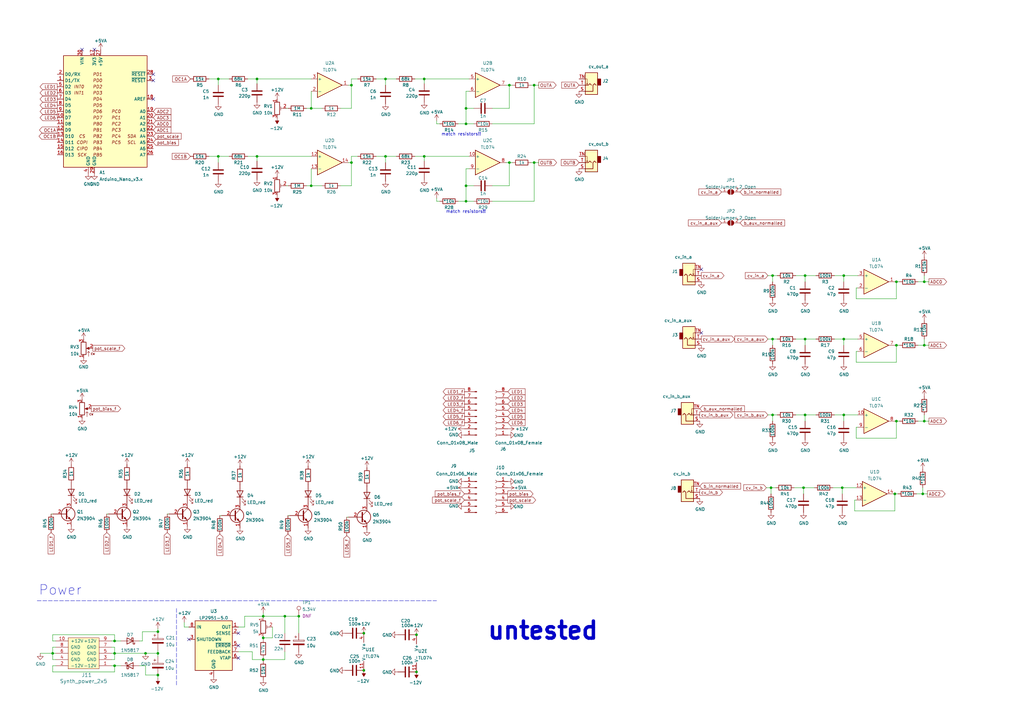
<source format=kicad_sch>
(kicad_sch (version 20211123) (generator eeschema)
  (paper "A3")
  (title_block (title "quantizer") (rev "0.9") (comment 1 "untested"))
  (junction (at 122.555 252.73))
  (junction (at 46.99 273.05))
  (junction (at 149.225 274.955))
  (junction (at 89.535 64.135))
  (junction (at 379.095 172.72))
  (junction (at 64.77 276.86))
  (junction (at 191.135 76.2))
  (junction (at 107.95 261.62))
  (junction (at 367.665 115.57))
  (junction (at 346.075 113.03))
  (junction (at 46.99 267.97))
  (junction (at 367.665 141.605))
  (junction (at 107.95 252.73))
  (junction (at 378.46 202.565))
  (junction (at 367.03 202.565))
  (junction (at 330.2 139.065))
  (junction (at 191.135 50.8))
  (junction (at 330.2 170.18))
  (junction (at 116.84 252.73))
  (junction (at 346.075 170.18))
  (junction (at 127.635 44.45))
  (junction (at 219.075 34.925))
  (junction (at 46.99 262.89))
  (junction (at 21.59 267.97))
  (junction (at 329.565 200.025))
  (junction (at 149.225 259.715))
  (junction (at 191.135 44.45))
  (junction (at 173.99 64.135))
  (junction (at 107.95 270.51))
  (junction (at 173.99 32.385))
  (junction (at 170.815 260.35))
  (junction (at 346.075 139.065))
  (junction (at 208.915 34.925))
  (junction (at 158.115 32.385))
  (junction (at 127.635 76.2))
  (junction (at 105.41 64.135))
  (junction (at 170.815 275.59))
  (junction (at 64.77 259.08))
  (junction (at 316.23 200.025))
  (junction (at 367.665 172.72))
  (junction (at 345.44 200.025))
  (junction (at 316.865 113.03))
  (junction (at 191.135 82.55))
  (junction (at 105.41 32.385))
  (junction (at 64.77 267.97))
  (junction (at 144.145 66.675))
  (junction (at 219.075 66.675))
  (junction (at 316.865 139.065))
  (junction (at 59.69 267.97))
  (junction (at 330.2 113.03))
  (junction (at 208.915 66.675))
  (junction (at 89.535 32.385))
  (junction (at 379.095 115.57))
  (junction (at 316.865 170.18))
  (junction (at 158.115 64.135))
  (junction (at 379.095 141.605))
  (junction (at 144.145 34.925))
  (no_connect (at 33.655 20.32))
  (no_connect (at 62.865 30.48))
  (no_connect (at 38.735 20.32))
  (no_connect (at 62.865 40.64))
  (no_connect (at 62.865 33.02))
  (no_connect (at 97.79 264.795))
  (no_connect (at 77.47 262.255))
  (no_connect (at 97.79 259.715))
  (no_connect (at 97.79 269.875))
  (no_connect (at 287.655 110.49))
  (no_connect (at 287.655 136.525))
  (wire (pts (xy 144.145 32.385) (xy 144.145 34.925)))
  (wire (pts (xy 173.99 32.385) (xy 192.405 32.385)))
  (wire (pts (xy 16.51 267.97) (xy 21.59 267.97)))
  (wire (pts (xy 46.99 262.89) (xy 49.53 262.89)))
  (wire (pts (xy 219.075 66.675) (xy 217.805 66.675)))
  (wire (pts (xy 316.865 139.065) (xy 316.865 141.605)))
  (wire (pts (xy 64.77 267.97) (xy 64.77 269.24)))
  (wire (pts (xy 125.73 44.45) (xy 127.635 44.45)))
  (wire (pts (xy 45.72 265.43) (xy 46.99 265.43)))
  (wire (pts (xy 45.72 267.97) (xy 46.99 267.97)))
  (wire (pts (xy 46.99 265.43) (xy 46.99 267.97)))
  (wire (pts (xy 208.915 34.925) (xy 207.645 34.925)))
  (wire (pts (xy 191.135 50.8) (xy 187.96 50.8)))
  (wire (pts (xy 219.075 82.55) (xy 219.075 66.675)))
  (wire (pts (xy 191.135 37.465) (xy 191.135 44.45)))
  (wire (pts (xy 346.075 170.18) (xy 351.79 170.18)))
  (wire (pts (xy 97.79 257.175) (xy 100.33 257.175)))
  (wire (pts (xy 116.84 252.73) (xy 116.84 259.715)))
  (wire (pts (xy 346.075 113.03) (xy 346.075 115.57)))
  (wire (pts (xy 144.145 76.2) (xy 144.145 66.675)))
  (wire (pts (xy 117.475 76.2) (xy 118.11 76.2)))
  (polyline (pts (xy 15.24 246.38) (xy 179.07 246.38)))
  (wire (pts (xy 367.665 179.705) (xy 367.665 172.72)))
  (wire (pts (xy 103.505 270.51) (xy 107.95 270.51)))
  (wire (pts (xy 350.52 205.105) (xy 350.52 209.55)))
  (wire (pts (xy 77.47 257.175) (xy 75.565 257.175)))
  (wire (pts (xy 173.99 32.385) (xy 173.99 34.29)))
  (wire (pts (xy 144.145 44.45) (xy 144.145 34.925)))
  (wire (pts (xy 367.03 172.72) (xy 367.665 172.72)))
  (wire (pts (xy 117.475 44.45) (xy 118.11 44.45)))
  (wire (pts (xy 326.39 113.03) (xy 330.2 113.03)))
  (wire (pts (xy 139.7 76.2) (xy 144.145 76.2)))
  (wire (pts (xy 170.18 32.385) (xy 173.99 32.385)))
  (wire (pts (xy 191.135 50.8) (xy 194.31 50.8)))
  (wire (pts (xy 191.135 37.465) (xy 192.405 37.465)))
  (wire (pts (xy 345.44 200.025) (xy 351.155 200.025)))
  (wire (pts (xy 201.93 76.2) (xy 208.915 76.2)))
  (wire (pts (xy 139.7 44.45) (xy 144.145 44.45)))
  (wire (pts (xy 191.135 76.2) (xy 191.135 82.55)))
  (wire (pts (xy 59.69 267.97) (xy 64.77 267.97)))
  (wire (pts (xy 107.95 252.73) (xy 116.84 252.73)))
  (wire (pts (xy 201.93 82.55) (xy 219.075 82.55)))
  (wire (pts (xy 379.095 113.03) (xy 379.095 115.57)))
  (wire (pts (xy 379.095 139.065) (xy 379.095 141.605)))
  (wire (pts (xy 316.865 170.18) (xy 318.77 170.18)))
  (wire (pts (xy 346.075 139.065) (xy 346.075 141.605)))
  (wire (pts (xy 75.565 257.175) (xy 75.565 255.27)))
  (wire (pts (xy 330.2 113.03) (xy 330.2 115.57)))
  (wire (pts (xy 191.135 44.45) (xy 191.135 50.8)))
  (wire (pts (xy 144.145 66.675) (xy 142.875 66.675)))
  (wire (pts (xy 142.24 212.09) (xy 142.875 212.09)))
  (wire (pts (xy 146.685 32.385) (xy 144.145 32.385)))
  (wire (pts (xy 127.635 69.215) (xy 127.635 76.2)))
  (wire (pts (xy 90.17 211.455) (xy 90.805 211.455)))
  (wire (pts (xy 351.155 122.555) (xy 367.665 122.555)))
  (wire (pts (xy 107.95 261.62) (xy 111.76 261.62)))
  (wire (pts (xy 107.95 252.73) (xy 107.95 253.365)))
  (wire (pts (xy 346.075 139.065) (xy 351.79 139.065)))
  (wire (pts (xy 378.46 200.025) (xy 378.46 202.565)))
  (wire (pts (xy 180.34 50.8) (xy 179.07 50.8)))
  (wire (pts (xy 208.915 66.675) (xy 207.645 66.675)))
  (wire (pts (xy 342.265 139.065) (xy 346.075 139.065)))
  (wire (pts (xy 367.665 122.555) (xy 367.665 115.57)))
  (wire (pts (xy 64.77 266.7) (xy 64.77 267.97)))
  (wire (pts (xy 342.265 170.18) (xy 346.075 170.18)))
  (wire (pts (xy 105.41 64.135) (xy 105.41 66.04)))
  (wire (pts (xy 21.59 265.43) (xy 21.59 267.97)))
  (wire (pts (xy 21.59 267.97) (xy 22.86 267.97)))
  (wire (pts (xy 22.86 265.43) (xy 21.59 265.43)))
  (wire (pts (xy 100.33 257.175) (xy 100.33 252.73)))
  (wire (pts (xy 100.33 252.73) (xy 107.95 252.73)))
  (wire (pts (xy 351.155 179.705) (xy 367.665 179.705)))
  (wire (pts (xy 367.03 209.55) (xy 367.03 202.565)))
  (wire (pts (xy 346.075 113.03) (xy 351.79 113.03)))
  (wire (pts (xy 127.635 76.2) (xy 132.08 76.2)))
  (wire (pts (xy 314.325 200.025) (xy 316.23 200.025)))
  (wire (pts (xy 45.72 273.05) (xy 46.99 273.05)))
  (wire (pts (xy 46.99 273.05) (xy 49.53 273.05)))
  (wire (pts (xy 105.41 32.385) (xy 127.635 32.385)))
  (wire (pts (xy 118.11 211.455) (xy 118.745 211.455)))
  (wire (pts (xy 179.07 50.8) (xy 179.07 49.53)))
  (wire (pts (xy 105.41 32.385) (xy 105.41 34.29)))
  (wire (pts (xy 330.2 139.065) (xy 334.645 139.065)))
  (wire (pts (xy 351.79 118.11) (xy 351.155 118.11)))
  (wire (pts (xy 85.725 32.385) (xy 89.535 32.385)))
  (wire (pts (xy 351.155 148.59) (xy 367.665 148.59)))
  (wire (pts (xy 107.95 270.51) (xy 116.84 270.51)))
  (wire (pts (xy 379.095 115.57) (xy 381 115.57)))
  (wire (pts (xy 350.52 209.55) (xy 367.03 209.55)))
  (wire (pts (xy 154.305 32.385) (xy 158.115 32.385)))
  (wire (pts (xy 326.39 139.065) (xy 330.2 139.065)))
  (wire (pts (xy 20.955 210.82) (xy 21.59 210.82)))
  (wire (pts (xy 375.92 202.565) (xy 378.46 202.565)))
  (wire (pts (xy 316.865 113.03) (xy 316.865 115.57)))
  (wire (pts (xy 316.23 200.025) (xy 316.23 202.565)))
  (wire (pts (xy 103.505 270.51) (xy 103.505 267.335)))
  (wire (pts (xy 329.565 200.025) (xy 334.01 200.025)))
  (wire (pts (xy 366.395 202.565) (xy 367.03 202.565)))
  (wire (pts (xy 379.095 172.72) (xy 381 172.72)))
  (wire (pts (xy 367.665 115.57) (xy 368.935 115.57)))
  (wire (pts (xy 103.505 267.335) (xy 97.79 267.335)))
  (wire (pts (xy 316.865 113.03) (xy 318.77 113.03)))
  (wire (pts (xy 219.075 34.925) (xy 220.98 34.925)))
  (wire (pts (xy 21.59 273.05) (xy 21.59 275.59)))
  (wire (pts (xy 22.86 273.05) (xy 21.59 273.05)))
  (wire (pts (xy 46.99 275.59) (xy 46.99 273.05)))
  (wire (pts (xy 21.59 275.59) (xy 46.99 275.59)))
  (wire (pts (xy 379.095 170.18) (xy 379.095 172.72)))
  (wire (pts (xy 158.115 64.135) (xy 158.115 66.675)))
  (wire (pts (xy 144.145 34.925) (xy 142.875 34.925)))
  (wire (pts (xy 201.93 44.45) (xy 208.915 44.45)))
  (wire (pts (xy 376.555 141.605) (xy 379.095 141.605)))
  (wire (pts (xy 342.265 113.03) (xy 346.075 113.03)))
  (wire (pts (xy 154.305 64.135) (xy 158.115 64.135)))
  (wire (pts (xy 316.23 200.025) (xy 318.135 200.025)))
  (wire (pts (xy 127.635 37.465) (xy 127.635 44.45)))
  (wire (pts (xy 201.93 50.8) (xy 219.075 50.8)))
  (wire (pts (xy 89.535 32.385) (xy 89.535 34.925)))
  (wire (pts (xy 144.145 64.135) (xy 144.145 66.675)))
  (wire (pts (xy 330.2 170.18) (xy 334.645 170.18)))
  (wire (pts (xy 85.725 64.135) (xy 89.535 64.135)))
  (wire (pts (xy 346.075 170.18) (xy 346.075 172.72)))
  (wire (pts (xy 351.155 175.26) (xy 351.155 179.705)))
  (wire (pts (xy 101.6 32.385) (xy 105.41 32.385)))
  (wire (pts (xy 64.77 257.81) (xy 64.77 259.08)))
  (wire (pts (xy 314.96 113.03) (xy 316.865 113.03)))
  (wire (pts (xy 173.99 64.135) (xy 173.99 66.04)))
  (wire (pts (xy 316.865 139.065) (xy 318.77 139.065)))
  (polyline (pts (xy 72.39 249.555) (xy 72.39 281.305)))
  (wire (pts (xy 316.865 170.18) (xy 316.865 172.72)))
  (wire (pts (xy 116.84 252.73) (xy 122.555 252.73)))
  (wire (pts (xy 107.95 270.51) (xy 107.95 271.145)))
  (wire (pts (xy 351.79 175.26) (xy 351.155 175.26)))
  (wire (pts (xy 367.665 172.72) (xy 368.935 172.72)))
  (wire (pts (xy 191.135 82.55) (xy 187.96 82.55)))
  (wire (pts (xy 43.815 210.82) (xy 44.45 210.82)))
  (wire (pts (xy 89.535 32.385) (xy 93.98 32.385)))
  (wire (pts (xy 314.96 170.18) (xy 316.865 170.18)))
  (wire (pts (xy 122.555 252.73) (xy 122.555 259.715)))
  (wire (pts (xy 208.915 66.675) (xy 210.185 66.675)))
  (wire (pts (xy 46.99 267.97) (xy 59.69 267.97)))
  (wire (pts (xy 208.915 44.45) (xy 208.915 34.925)))
  (wire (pts (xy 376.555 172.72) (xy 379.095 172.72)))
  (wire (pts (xy 125.73 76.2) (xy 127.635 76.2)))
  (wire (pts (xy 191.135 82.55) (xy 194.31 82.55)))
  (wire (pts (xy 158.115 32.385) (xy 158.115 34.925)))
  (wire (pts (xy 180.34 82.55) (xy 179.07 82.55)))
  (wire (pts (xy 107.95 260.985) (xy 107.95 261.62)))
  (wire (pts (xy 89.535 64.135) (xy 89.535 66.675)))
  (wire (pts (xy 325.755 200.025) (xy 329.565 200.025)))
  (wire (pts (xy 57.15 273.05) (xy 59.69 273.05)))
  (wire (pts (xy 59.69 273.05) (xy 59.69 276.86)))
  (wire (pts (xy 59.69 276.86) (xy 64.77 276.86)))
  (wire (pts (xy 208.915 76.2) (xy 208.915 66.675)))
  (wire (pts (xy 64.77 276.86) (xy 64.77 278.13)))
  (wire (pts (xy 191.135 69.215) (xy 192.405 69.215)))
  (wire (pts (xy 45.72 270.51) (xy 46.99 270.51)))
  (wire (pts (xy 46.99 270.51) (xy 46.99 267.97)))
  (wire (pts (xy 367.03 202.565) (xy 368.3 202.565)))
  (wire (pts (xy 345.44 200.025) (xy 345.44 202.565)))
  (wire (pts (xy 127.635 44.45) (xy 132.08 44.45)))
  (wire (pts (xy 329.565 200.025) (xy 329.565 202.565)))
  (wire (pts (xy 351.79 144.145) (xy 351.155 144.145)))
  (wire (pts (xy 367.03 141.605) (xy 367.665 141.605)))
  (wire (pts (xy 22.86 262.89) (xy 21.59 262.89)))
  (wire (pts (xy 21.59 262.89) (xy 21.59 260.35)))
  (wire (pts (xy 21.59 260.35) (xy 46.99 260.35)))
  (wire (pts (xy 46.99 260.35) (xy 46.99 262.89)))
  (wire (pts (xy 46.99 262.89) (xy 45.72 262.89)))
  (wire (pts (xy 101.6 64.135) (xy 105.41 64.135)))
  (wire (pts (xy 330.2 139.065) (xy 330.2 141.605)))
  (wire (pts (xy 367.665 141.605) (xy 368.935 141.605)))
  (wire (pts (xy 107.95 261.62) (xy 107.95 262.255)))
  (wire (pts (xy 376.555 115.57) (xy 379.095 115.57)))
  (wire (pts (xy 314.96 139.065) (xy 316.865 139.065)))
  (wire (pts (xy 219.075 50.8) (xy 219.075 34.925)))
  (wire (pts (xy 107.95 269.875) (xy 107.95 270.51)))
  (wire (pts (xy 158.115 32.385) (xy 162.56 32.385)))
  (wire (pts (xy 326.39 170.18) (xy 330.2 170.18)))
  (wire (pts (xy 219.075 34.925) (xy 217.805 34.925)))
  (wire (pts (xy 341.63 200.025) (xy 345.44 200.025)))
  (wire (pts (xy 179.07 82.55) (xy 179.07 81.28)))
  (wire (pts (xy 57.15 262.89) (xy 58.42 262.89)))
  (wire (pts (xy 58.42 262.89) (xy 58.42 259.08)))
  (wire (pts (xy 58.42 259.08) (xy 64.77 259.08)))
  (wire (pts (xy 191.135 69.215) (xy 191.135 76.2)))
  (wire (pts (xy 379.095 141.605) (xy 381 141.605)))
  (wire (pts (xy 351.155 118.11) (xy 351.155 122.555)))
  (wire (pts (xy 330.2 113.03) (xy 334.645 113.03)))
  (wire (pts (xy 330.2 170.18) (xy 330.2 172.72)))
  (wire (pts (xy 378.46 202.565) (xy 380.365 202.565)))
  (wire (pts (xy 68.58 210.82) (xy 69.215 210.82)))
  (wire (pts (xy 158.115 64.135) (xy 162.56 64.135)))
  (wire (pts (xy 173.99 64.135) (xy 192.405 64.135)))
  (wire (pts (xy 107.95 251.46) (xy 107.95 252.73)))
  (wire (pts (xy 351.155 144.145) (xy 351.155 148.59)))
  (wire (pts (xy 351.155 205.105) (xy 350.52 205.105)))
  (wire (pts (xy 170.18 64.135) (xy 173.99 64.135)))
  (wire (pts (xy 219.075 66.675) (xy 220.98 66.675)))
  (wire (pts (xy 367.03 115.57) (xy 367.665 115.57)))
  (wire (pts (xy 111.76 261.62) (xy 111.76 257.175)))
  (wire (pts (xy 89.535 64.135) (xy 93.98 64.135)))
  (wire (pts (xy 191.135 44.45) (xy 194.31 44.45)))
  (wire (pts (xy 208.915 34.925) (xy 210.185 34.925)))
  (wire (pts (xy 116.84 270.51) (xy 116.84 267.335)))
  (wire (pts (xy 22.86 270.51) (xy 21.59 270.51)))
  (wire (pts (xy 21.59 270.51) (xy 21.59 267.97)))
  (wire (pts (xy 191.135 76.2) (xy 194.31 76.2)))
  (wire (pts (xy 367.665 148.59) (xy 367.665 141.605)))
  (wire (pts (xy 105.41 64.135) (xy 127.635 64.135)))
  (wire (pts (xy 146.685 64.135) (xy 144.145 64.135)))
  (text "untested" (at 199.39 262.89 0) (effects (font (size 7.0104 7.0104) (thickness 1.4021) bold) (justify left bottom)))
  (text "match resistors!!" (at 182.88 87.63 0) (effects (font (size 1.27 1.27)) (justify left bottom)))
  (text "Power" (at 33.655 244.475 180) (effects (font (size 3.9878 3.9878)) (justify right bottom)))
  (text "match resistors!!" (at 180.975 55.88 0) (effects (font (size 1.27 1.27)) (justify left bottom)))
  (global_label "ADC2" (shape output) (at 380.365 202.565 0) (property "Intersheet References" "${INTERSHEET_REFS}" (effects hide)))
  (global_label "OC1B" (shape input) (at 78.105 64.135 180) (property "Intersheet References" "${INTERSHEET_REFS}" (effects hide)))
  (global_label "pot_bias_f" (shape output) (at 37.465 167.64 0) (property "Intersheet References" "${INTERSHEET_REFS}" (effects hide)))
  (global_label "OC1A" (shape output) (at 23.495 53.34 180) (property "Intersheet References" "${INTERSHEET_REFS}" (effects hide)))
  (global_label "cv_in_a_aux" (shape input) (at 314.96 139.065 180) (property "Intersheet References" "${INTERSHEET_REFS}" (effects hide)))
  (global_label "ADC3" (shape output) (at 381 172.72 0) (property "Intersheet References" "${INTERSHEET_REFS}" (effects hide)))
  (global_label "OC1A" (shape input) (at 78.105 32.385 180) (property "Intersheet References" "${INTERSHEET_REFS}" (effects hide)))
  (global_label "cv_in_b" (shape output) (at 287.02 201.93 0) (property "Intersheet References" "${INTERSHEET_REFS}" (effects hide)))
  (global_label "LED3_f" (shape output) (at 190.5 165.735 180) (property "Intersheet References" "${INTERSHEET_REFS}" (effects hide)))
  (global_label "cv_in_b_aux" (shape input) (at 314.96 170.18 180) (property "Intersheet References" "${INTERSHEET_REFS}" (effects hide)))
  (global_label "LED4_f" (shape output) (at 190.5 168.275 180) (property "Intersheet References" "${INTERSHEET_REFS}" (effects hide)))
  (global_label "LED2_f" (shape input) (at 43.815 218.44 270) (property "Intersheet References" "${INTERSHEET_REFS}" (effects hide)))
  (global_label "LED4" (shape output) (at 23.495 43.18 180) (property "Intersheet References" "${INTERSHEET_REFS}" (effects hide)))
  (global_label "LED2_f" (shape output) (at 190.5 163.195 180) (property "Intersheet References" "${INTERSHEET_REFS}" (effects hide)))
  (global_label "cv_in_a_aux" (shape input) (at 295.91 91.44 180) (property "Intersheet References" "${INTERSHEET_REFS}" (effects hide)))
  (global_label "LED6" (shape input) (at 208.28 173.355 0) (property "Intersheet References" "${INTERSHEET_REFS}" (effects hide)))
  (global_label "pot_scale" (shape output) (at 208.28 205.105 0) (property "Intersheet References" "${INTERSHEET_REFS}" (effects hide)))
  (global_label "LED4_f" (shape input) (at 90.17 219.075 270) (property "Intersheet References" "${INTERSHEET_REFS}" (effects hide)))
  (global_label "LED2" (shape input) (at 208.28 163.195 0) (property "Intersheet References" "${INTERSHEET_REFS}" (effects hide)))
  (global_label "OUTB" (shape input) (at 237.49 66.675 180) (property "Intersheet References" "${INTERSHEET_REFS}" (effects hide)))
  (global_label "pot_bias_f" (shape input) (at 190.5 202.565 180) (property "Intersheet References" "${INTERSHEET_REFS}" (effects hide)))
  (global_label "OUTB" (shape output) (at 220.98 66.675 0) (property "Intersheet References" "${INTERSHEET_REFS}" (effects hide)))
  (global_label "LED3" (shape input) (at 208.28 165.735 0) (property "Intersheet References" "${INTERSHEET_REFS}" (effects hide)))
  (global_label "LED3_f" (shape input) (at 68.58 218.44 270) (property "Intersheet References" "${INTERSHEET_REFS}" (effects hide)))
  (global_label "pot_scale_f" (shape output) (at 38.1 142.875 0) (property "Intersheet References" "${INTERSHEET_REFS}" (effects hide)))
  (global_label "LED6_f" (shape input) (at 142.24 219.71 270) (property "Intersheet References" "${INTERSHEET_REFS}" (effects hide)))
  (global_label "OUTA" (shape output) (at 220.98 34.925 0) (property "Intersheet References" "${INTERSHEET_REFS}" (effects hide)))
  (global_label "ADC0" (shape output) (at 381 115.57 0) (property "Intersheet References" "${INTERSHEET_REFS}" (effects hide)))
  (global_label "LED3" (shape output) (at 23.495 40.64 180) (property "Intersheet References" "${INTERSHEET_REFS}" (effects hide)))
  (global_label "pot_scale" (shape input) (at 62.865 55.88 0) (property "Intersheet References" "${INTERSHEET_REFS}" (effects hide)))
  (global_label "OUTA" (shape input) (at 237.49 34.925 180) (property "Intersheet References" "${INTERSHEET_REFS}" (effects hide)))
  (global_label "cv_in_a" (shape input) (at 295.91 78.74 180) (property "Intersheet References" "${INTERSHEET_REFS}" (effects hide)))
  (global_label "LED1_f" (shape input) (at 20.955 218.44 270) (property "Intersheet References" "${INTERSHEET_REFS}" (effects hide)))
  (global_label "cv_in_b_aux" (shape output) (at 287.02 170.18 0) (property "Intersheet References" "${INTERSHEET_REFS}" (effects hide)))
  (global_label "LED1" (shape output) (at 23.495 35.56 180) (property "Intersheet References" "${INTERSHEET_REFS}" (effects hide)))
  (global_label "LED5" (shape input) (at 208.28 170.815 0) (property "Intersheet References" "${INTERSHEET_REFS}" (effects hide)))
  (global_label "pot_scale_f" (shape input) (at 190.5 205.105 180) (property "Intersheet References" "${INTERSHEET_REFS}" (effects hide)))
  (global_label "b_aux_normalled" (shape input) (at 287.02 167.64 0) (property "Intersheet References" "${INTERSHEET_REFS}" (effects hide)))
  (global_label "LED1" (shape input) (at 208.28 160.655 0) (property "Intersheet References" "${INTERSHEET_REFS}" (effects hide)))
  (global_label "LED1_f" (shape output) (at 190.5 160.655 180) (property "Intersheet References" "${INTERSHEET_REFS}" (effects hide)))
  (global_label "LED4" (shape input) (at 208.28 168.275 0) (property "Intersheet References" "${INTERSHEET_REFS}" (effects hide)))
  (global_label "ADC1" (shape output) (at 381 141.605 0) (property "Intersheet References" "${INTERSHEET_REFS}" (effects hide)))
  (global_label "cv_in_a" (shape input) (at 314.96 113.03 180) (property "Intersheet References" "${INTERSHEET_REFS}" (effects hide)))
  (global_label "pot_bias" (shape output) (at 208.28 202.565 0) (property "Intersheet References" "${INTERSHEET_REFS}" (effects hide)))
  (global_label "b_aux_normalled" (shape input) (at 303.53 91.44 0) (property "Intersheet References" "${INTERSHEET_REFS}" (effects hide)))
  (global_label "ADC3" (shape input) (at 62.865 48.26 0) (property "Intersheet References" "${INTERSHEET_REFS}" (effects hide)))
  (global_label "LED6" (shape output) (at 23.495 48.26 180) (property "Intersheet References" "${INTERSHEET_REFS}" (effects hide)))
  (global_label "LED5_f" (shape input) (at 118.11 219.075 270) (property "Intersheet References" "${INTERSHEET_REFS}" (effects hide)))
  (global_label "LED2" (shape output) (at 23.495 38.1 180) (property "Intersheet References" "${INTERSHEET_REFS}" (effects hide)))
  (global_label "LED6_f" (shape output) (at 190.5 173.355 180) (property "Intersheet References" "${INTERSHEET_REFS}" (effects hide)))
  (global_label "b_in_normalled" (shape input) (at 287.02 199.39 0) (property "Intersheet References" "${INTERSHEET_REFS}" (effects hide)))
  (global_label "cv_in_a" (shape output) (at 287.655 113.03 0) (property "Intersheet References" "${INTERSHEET_REFS}" (effects hide)))
  (global_label "b_in_normalled" (shape input) (at 303.53 78.74 0) (property "Intersheet References" "${INTERSHEET_REFS}" (effects hide)))
  (global_label "LED5" (shape output) (at 23.495 45.72 180) (property "Intersheet References" "${INTERSHEET_REFS}" (effects hide)))
  (global_label "pot_bias" (shape input) (at 62.865 58.42 0) (property "Intersheet References" "${INTERSHEET_REFS}" (effects hide)))
  (global_label "ADC1" (shape input) (at 62.865 53.34 0) (property "Intersheet References" "${INTERSHEET_REFS}" (effects hide)))
  (global_label "ADC0" (shape input) (at 62.865 50.8 0) (property "Intersheet References" "${INTERSHEET_REFS}" (effects hide)))
  (global_label "cv_in_b" (shape input) (at 314.325 200.025 180) (property "Intersheet References" "${INTERSHEET_REFS}" (effects hide)))
  (global_label "ADC2" (shape input) (at 62.865 45.72 0) (property "Intersheet References" "${INTERSHEET_REFS}" (effects hide)))
  (global_label "OC1B" (shape output) (at 23.495 55.88 180) (property "Intersheet References" "${INTERSHEET_REFS}" (effects hide)))
  (global_label "LED5_f" (shape output) (at 190.5 170.815 180) (property "Intersheet References" "${INTERSHEET_REFS}" (effects hide)))
  (global_label "cv_in_a_aux" (shape output) (at 287.655 139.065 0) (property "Intersheet References" "${INTERSHEET_REFS}" (effects hide)))
  (symbol (lib_id "power:GND") (at 33.655 171.45 0) (unit 1)
    (property "Reference" "#PWR050" (effects hide))
    (property "Value" "GND" (at 33.782 175.8442 0))
  )
  (symbol (lib_id "power:GND") (at 52.07 215.9 0) (unit 1)
    (property "Reference" "#PWR055" (effects hide))
    (property "Value" "GND" (at 52.197 220.2942 0))
  )
  (symbol (lib_id "ao_symbols:R") (at 184.15 82.55 270) (unit 1)
    (property "Reference" "R28" (at 184.15 85.09 90))
    (property "Value" "*10k" (at 184.15 82.55 90))
    (property "Footprint" "ao_tht:R_Axial_DIN0207_L6.3mm_D2.5mm_P2.54mm_Vertical" (effects hide))
    (property "Vendor" "Tayda" (effects hide))
  )
  (symbol (lib_id "power:GND") (at 105.41 73.66 0) (unit 1)
    (property "Reference" "#PWR024" (effects hide))
    (property "Value" "GND" (at 105.537 78.0542 0))
  )
  (symbol (lib_id "ao_symbols:R") (at 316.23 206.375 180) (unit 1)
    (property "Reference" "R44" (at 313.69 206.375 0))
    (property "Value" "100k" (at 316.23 206.375 90))
    (property "Footprint" "ao_tht:R_Axial_DIN0207_L6.3mm_D2.5mm_P2.54mm_Vertical" (effects hide))
    (property "Vendor" "Tayda" (effects hide))
  )
  (symbol (lib_id "ao_symbols:LED_red") (at 52.07 201.93 90) (unit 1)
    (property "Reference" "D2" (at 54.991 202.609 90) (effects (justify right)))
    (property "Value" "LED_red" (at 54.991 205.3841 90) (effects (justify right)))
    (property "Footprint" "LED_THT:LED_D3.0mm_FlatTop" (effects hide))
    (property "Vendor" "Tayda" (effects hide))
    (property "SKU" "A-1554" (effects hide))
  )
  (symbol (lib_id "ao_symbols:R") (at 76.835 194.31 180) (unit 1)
    (property "Reference" "R36" (at 74.295 194.31 90))
    (property "Value" "1k" (at 76.835 194.31 90))
    (property "Footprint" "ao_tht:R_Axial_DIN0207_L6.3mm_D2.5mm_P2.54mm_Vertical" (effects hide))
    (property "Vendor" "Tayda" (effects hide))
  )
  (symbol (lib_id "ao_symbols:R") (at 338.455 170.18 270) (unit 1)
    (property "Reference" "R31" (at 338.455 172.72 90))
    (property "Value" "100k" (at 338.455 170.18 90))
    (property "Footprint" "ao_tht:R_Axial_DIN0207_L6.3mm_D2.5mm_P2.54mm_Vertical" (effects hide))
    (property "Vendor" "Tayda" (effects hide))
  )
  (symbol (lib_id "ao_symbols:R") (at 337.82 200.025 270) (unit 1)
    (property "Reference" "R42" (at 337.82 202.565 90))
    (property "Value" "100k" (at 337.82 200.025 90))
    (property "Footprint" "ao_tht:R_Axial_DIN0207_L6.3mm_D2.5mm_P2.54mm_Vertical" (effects hide))
    (property "Vendor" "Tayda" (effects hide))
  )
  (symbol (lib_id "Connector:Conn_01x08_Female") (at 203.2 170.815 180) (unit 1)
    (property "Reference" "J6" (at 206.375 184.15 0))
    (property "Value" "Conn_01x08_Female" (at 212.725 181.61 0))
    (property "Footprint" "Connector_PinSocket_2.54mm:PinSocket_1x08_P2.54mm_Vertical" (effects hide))
  )
  (symbol (lib_id "Device:C") (at 345.44 206.375 180) (unit 1)
    (property "Reference" "C18" (at 340.36 205.105 0))
    (property "Value" "47p" (at 340.36 207.645 0))
    (property "Footprint" "ao_tht:C_Disc_D3.0mm_W1.6mm_P2.50mm" (effects hide))
    (property "tayda" "https://www.taydaelectronics.com/capacitors/polyester-film-box-type-capacitors/1000pf-100v-5-kemet-polyester-film-box-type-capacitor.html" (effects hide))
  )
  (symbol (lib_id "ao_symbols:R") (at 20.955 214.63 180) (unit 1)
    (property "Reference" "R45" (at 18.415 214.63 90))
    (property "Value" "100k" (at 20.955 214.63 90))
    (property "Footprint" "ao_tht:R_Axial_DIN0207_L6.3mm_D2.5mm_P2.54mm_Vertical" (effects hide))
    (property "Vendor" "Tayda" (effects hide))
  )
  (symbol (lib_id "ao_symbols:R") (at 213.995 34.925 90) (unit 1)
    (property "Reference" "R10" (at 213.995 32.385 90))
    (property "Value" "1k" (at 213.995 34.925 90))
    (property "Footprint" "ao_tht:R_Axial_DIN0207_L6.3mm_D2.5mm_P2.54mm_Vertical" (effects hide))
    (property "Vendor" "Tayda" (effects hide))
  )
  (symbol (lib_id "ao_symbols:LED_red") (at 126.365 202.565 90) (unit 1)
    (property "Reference" "D5" (at 129.286 203.244 90) (effects (justify right)))
    (property "Value" "LED_red" (at 129.286 206.0191 90) (effects (justify right)))
    (property "Footprint" "LED_THT:LED_D3.0mm_FlatTop" (effects hide))
    (property "Vendor" "Tayda" (effects hide))
    (property "SKU" "A-1554" (effects hide))
  )
  (symbol (lib_id "ao_symbols:R") (at 98.425 194.945 180) (unit 1)
    (property "Reference" "R37" (at 95.885 194.945 90))
    (property "Value" "1k" (at 98.425 194.945 90))
    (property "Footprint" "ao_tht:R_Axial_DIN0207_L6.3mm_D2.5mm_P2.54mm_Vertical" (effects hide))
    (property "Vendor" "Tayda" (effects hide))
  )
  (symbol (lib_id "power:GND") (at 287.655 141.605 0) (unit 1)
    (property "Reference" "#PWR016" (effects hide))
    (property "Value" "GND" (at 287.782 145.9992 0))
  )
  (symbol (lib_id "power:GND") (at 173.99 41.91 0) (unit 1)
    (property "Reference" "#PWR010" (effects hide))
    (property "Value" "GND" (at 174.117 46.3042 0))
  )
  (symbol (lib_id "ao_symbols:R_POT_TRIM_3296W") (at 113.665 76.2 0) (unit 1)
    (property "Reference" "RV2" (at 111.8871 75.2915 0) (effects (justify right)))
    (property "Value" "10k" (at 111.8871 78.0666 0) (effects (justify right)))
    (property "Footprint" "ao_tht:Potentiometer_Bourns_3296Z_Horizontal" (effects hide))
    (property "Vendor" "Tayda" (effects hide))
  )
  (symbol (lib_id "power:GND") (at 141.605 274.955 270) (unit 1)
    (property "Reference" "#PWR074" (effects hide))
    (property "Value" "GND" (at 137.2108 275.082 90))
  )
  (symbol (lib_id "ao_symbols:R") (at 379.095 166.37 180) (unit 1)
    (property "Reference" "R27" (at 376.555 166.37 0))
    (property "Value" "*10k" (at 379.095 166.37 90))
    (property "Footprint" "ao_tht:R_Axial_DIN0207_L6.3mm_D2.5mm_P2.54mm_Vertical" (effects hide))
    (property "Vendor" "Tayda" (effects hide))
  )
  (symbol (lib_id "power:GND") (at 208.28 197.485 90) (mirror x) (unit 1)
    (property "Reference" "#PWR061" (effects hide))
    (property "Value" "GND" (at 212.6742 197.612 90))
  )
  (symbol (lib_id "Device:C") (at 346.075 176.53 180) (unit 1)
    (property "Reference" "C16" (at 340.995 175.26 0))
    (property "Value" "47p" (at 340.995 177.8 0))
    (property "Footprint" "ao_tht:C_Disc_D3.0mm_W1.6mm_P2.50mm" (effects hide))
    (property "tayda" "https://www.taydaelectronics.com/capacitors/polyester-film-box-type-capacitors/1000pf-100v-5-kemet-polyester-film-box-type-capacitor.html" (effects hide))
  )
  (symbol (lib_id "ao_symbols:R") (at 372.745 115.57 90) (unit 1)
    (property "Reference" "R4" (at 372.745 113.03 90))
    (property "Value" "*10k" (at 372.745 115.57 90))
    (property "Footprint" "ao_tht:R_Axial_DIN0207_L6.3mm_D2.5mm_P2.54mm_Vertical" (effects hide))
    (property "Vendor" "Tayda" (effects hide))
  )
  (symbol (lib_id "Device:C") (at 145.415 259.715 90) (unit 1)
    (property "Reference" "C19" (at 144.78 254 90))
    (property "Value" "100n" (at 145.415 255.905 90))
    (property "Footprint" "ao_tht:C_Disc_D3.0mm_W1.6mm_P2.50mm" (effects hide))
    (property "tayda" "https://www.taydaelectronics.com/capacitors/polyester-film-box-type-capacitors/1000pf-100v-5-kemet-polyester-film-box-type-capacitor.html" (effects hide))
  )
  (symbol (lib_id "ao_symbols:R") (at 97.79 64.135 270) (unit 1)
    (property "Reference" "R21" (at 97.79 66.675 90))
    (property "Value" "68k" (at 97.79 64.135 90))
    (property "Footprint" "ao_tht:R_Axial_DIN0207_L6.3mm_D2.5mm_P2.54mm_Vertical" (effects hide))
    (property "Vendor" "Tayda" (effects hide))
  )
  (symbol (lib_id "ao_symbols:R") (at 322.58 170.18 270) (unit 1)
    (property "Reference" "R30" (at 322.58 172.72 90))
    (property "Value" "10k" (at 322.58 170.18 90))
    (property "Footprint" "ao_tht:R_Axial_DIN0207_L6.3mm_D2.5mm_P2.54mm_Vertical" (effects hide))
    (property "Vendor" "Tayda" (effects hide))
  )
  (symbol (lib_id "power:GND") (at 34.29 146.685 0) (unit 1)
    (property "Reference" "#PWR040" (effects hide))
    (property "Value" "GND" (at 34.29 150.495 0))
  )
  (symbol (lib_id "power:GND") (at 316.865 180.34 0) (unit 1)
    (property "Reference" "#PWR037" (effects hide))
    (property "Value" "GND" (at 316.992 184.7342 0))
  )
  (symbol (lib_id "ao_symbols:R") (at 150.495 32.385 270) (unit 1)
    (property "Reference" "R7" (at 150.495 34.925 90))
    (property "Value" "15k" (at 150.495 32.385 90))
    (property "Footprint" "ao_tht:R_Axial_DIN0207_L6.3mm_D2.5mm_P2.54mm_Vertical" (effects hide))
    (property "Vendor" "Tayda" (effects hide))
  )
  (symbol (lib_id "Device:C") (at 167.005 275.59 90) (unit 1)
    (property "Reference" "C26" (at 167.005 269.875 90))
    (property "Value" "100n" (at 167.005 271.78 90))
    (property "Footprint" "ao_tht:C_Disc_D3.0mm_W1.6mm_P2.50mm" (effects hide))
    (property "tayda" "https://www.taydaelectronics.com/capacitors/polyester-film-box-type-capacitors/1000pf-100v-5-kemet-polyester-film-box-type-capacitor.html" (effects hide))
  )
  (symbol (lib_id "Device:C") (at 330.2 176.53 180) (unit 1)
    (property "Reference" "C15" (at 325.12 175.26 0))
    (property "Value" "470p" (at 325.12 177.8 0))
    (property "Footprint" "ao_tht:C_Disc_D3.0mm_W1.6mm_P2.50mm" (effects hide))
    (property "tayda" "https://www.taydaelectronics.com/capacitors/polyester-film-box-type-capacitors/1000pf-100v-5-kemet-polyester-film-box-type-capacitor.html" (effects hide))
  )
  (symbol (lib_id "power:GND") (at 316.865 149.225 0) (unit 1)
    (property "Reference" "#PWR017" (effects hide))
    (property "Value" "GND" (at 316.992 153.6192 0))
  )
  (symbol (lib_id "ao_symbols:AudioJack2_SwitchT") (at 242.57 34.925 180) (unit 1)
    (property "Reference" "J2" (at 247.1166 33.2232 0) (effects (justify right)))
    (property "Value" "cv_out_a" (at 241.3 27.305 0) (effects (justify right)))
    (property "Footprint" "ao_tht:Jack_6.35mm_PJ_629HAN" (effects hide))
    (property "Vendor" "Tayda" (effects hide))
    (property "SKU" "A-1121" (effects hide))
  )
  (symbol (lib_id "ao_symbols:R") (at 338.455 113.03 270) (unit 1)
    (property "Reference" "R3" (at 338.455 115.57 90))
    (property "Value" "100k" (at 338.455 113.03 90))
    (property "Footprint" "ao_tht:R_Axial_DIN0207_L6.3mm_D2.5mm_P2.54mm_Vertical" (effects hide))
    (property "Vendor" "Tayda" (effects hide))
  )
  (symbol (lib_id "ao_symbols:R") (at 135.89 76.2 270) (unit 1)
    (property "Reference" "R26" (at 135.89 78.74 90))
    (property "Value" "1k" (at 135.89 76.2 90))
    (property "Footprint" "ao_tht:R_Axial_DIN0207_L6.3mm_D2.5mm_P2.54mm_Vertical" (effects hide))
    (property "Vendor" "Tayda" (effects hide))
  )
  (symbol (lib_id "ao_symbols:R") (at 372.745 172.72 90) (unit 1)
    (property "Reference" "R32" (at 372.745 170.18 90))
    (property "Value" "*10k" (at 372.745 172.72 90))
    (property "Footprint" "ao_tht:R_Axial_DIN0207_L6.3mm_D2.5mm_P2.54mm_Vertical" (effects hide))
    (property "Vendor" "Tayda" (effects hide))
  )
  (symbol (lib_id "power:GND") (at 141.605 259.715 270) (unit 1)
    (property "Reference" "#PWR067" (effects hide))
    (property "Value" "GND" (at 137.2108 259.842 90))
  )
  (symbol (lib_id "ao_symbols:R") (at 142.24 215.9 180) (unit 1)
    (property "Reference" "R50" (at 139.7 215.9 90))
    (property "Value" "100k" (at 142.24 215.9 90))
    (property "Footprint" "ao_tht:R_Axial_DIN0207_L6.3mm_D2.5mm_P2.54mm_Vertical" (effects hide))
    (property "Vendor" "Tayda" (effects hide))
  )
  (symbol (lib_id "ao_symbols:TL074") (at 135.255 34.925 0) (unit 1)
    (property "Reference" "U2" (at 135.255 25.8785 0))
    (property "Value" "TL074" (at 135.255 28.6536 0))
    (property "Footprint" "ao_tht:DIP-14_W7.62mm_Socket_LongPads" (effects hide))
    (property "Vendor" "Tayda" (effects hide))
    (property "SKU" "A-1138" (effects hide))
  )
  (symbol (lib_id "ao_symbols:TL074") (at 200.025 34.925 0) (unit 2)
    (property "Reference" "U2" (at 200.025 25.8785 0))
    (property "Value" "TL074" (at 200.025 28.6536 0))
    (property "Footprint" "ao_tht:DIP-14_W7.62mm_Socket_LongPads" (effects hide))
    (property "Vendor" "Tayda" (effects hide))
    (property "SKU" "A-1138" (effects hide))
  )
  (symbol (lib_id "Jumper:SolderJumper_2_Open") (at 299.72 78.74 0) (unit 1)
    (property "Reference" "JP1" (at 299.72 73.8845 0))
    (property "Value" "SolderJumper_2_Open" (at 299.72 76.6596 0))
    (property "Footprint" "Jumper:SolderJumper-2_P1.3mm_Open_RoundedPad1.0x1.5mm" (effects hide))
  )
  (symbol (lib_id "power:+12V") (at 113.665 72.39 0) (unit 1)
    (property "Reference" "#PWR023" (effects hide))
    (property "Value" "+12V" (at 113.665 68.58 0))
  )
  (symbol (lib_id "Device:C") (at 145.415 274.955 90) (unit 1)
    (property "Reference" "C25" (at 145.415 269.24 90))
    (property "Value" "100n" (at 145.415 271.145 90))
    (property "Footprint" "ao_tht:C_Disc_D3.0mm_W1.6mm_P2.50mm" (effects hide))
    (property "tayda" "https://www.taydaelectronics.com/capacitors/polyester-film-box-type-capacitors/1000pf-100v-5-kemet-polyester-film-box-type-capacitor.html" (effects hide))
  )
  (symbol (lib_id "power:+5VA") (at 379.095 162.56 0) (unit 1)
    (property "Reference" "#PWR028" (effects hide))
    (property "Value" "+5VA" (at 379.095 158.9555 0))
  )
  (symbol (lib_id "ao_symbols:2N3904") (at 26.67 210.82 0) (unit 1)
    (property "Reference" "Q1" (at 31.5214 209.9115 0) (effects (justify left)))
    (property "Value" "2N3904" (at 31.5214 212.6866 0) (effects (justify left)))
    (property "Footprint" "ao_tht:TO-92_Inline_Wide" (effects hide))
    (property "Vendor" "Tayda" (effects hide))
    (property "SKU" "A-111" (effects hide))
  )
  (symbol (lib_id "ao_symbols:R") (at 121.92 76.2 270) (unit 1)
    (property "Reference" "R25" (at 121.92 78.74 90))
    (property "Value" "1M" (at 121.92 76.2 90))
    (property "Footprint" "ao_tht:R_Axial_DIN0207_L6.3mm_D2.5mm_P2.54mm_Vertical" (effects hide))
    (property "Vendor" "Tayda" (effects hide))
  )
  (symbol (lib_id "power:+5VA") (at 179.07 49.53 0) (unit 1)
    (property "Reference" "#PWR015" (effects hide))
    (property "Value" "+5VA" (at 179.07 45.9255 0))
  )
  (symbol (lib_id "Device:C") (at 116.84 263.525 180) (unit 1)
    (property "Reference" "C22" (at 114.3 260.985 0))
    (property "Value" "22n" (at 114.3 266.065 0))
    (property "Footprint" "ao_tht:C_Rect_L7.2mm_W2.5mm_P5.00mm_FKS2_FKP2_MKS2_MKP2" (effects hide))
    (property "tayda" "https://www.taydaelectronics.com/capacitors/polyester-film-box-type-capacitors/1000pf-100v-5-kemet-polyester-film-box-type-capacitor.html" (effects hide))
  )
  (symbol (lib_id "power:GND") (at 346.075 123.19 0) (unit 1)
    (property "Reference" "#PWR07" (effects hide))
    (property "Value" "GND" (at 346.202 127.5842 0))
  )
  (symbol (lib_id "power:+12V") (at 76.835 190.5 0) (unit 1)
    (property "Reference" "#PWR043" (effects hide))
    (property "Value" "+12V" (at 76.835 186.69 0))
  )
  (symbol (lib_id "power:GND") (at 190.5 178.435 270) (mirror x) (unit 1)
    (property "Reference" "#PWR033" (effects hide))
    (property "Value" "GND" (at 186.1058 178.308 90))
  )
  (symbol (lib_id "power:GND") (at 346.075 149.225 0) (unit 1)
    (property "Reference" "#PWR019" (effects hide))
    (property "Value" "GND" (at 346.202 153.6192 0))
  )
  (symbol (lib_id "ao_symbols:R") (at 43.815 214.63 180) (unit 1)
    (property "Reference" "R46" (at 41.275 214.63 90))
    (property "Value" "100k" (at 43.815 214.63 90))
    (property "Footprint" "ao_tht:R_Axial_DIN0207_L6.3mm_D2.5mm_P2.54mm_Vertical" (effects hide))
    (property "Vendor" "Tayda" (effects hide))
  )
  (symbol (lib_id "power:GND") (at 158.115 74.295 0) (unit 1)
    (property "Reference" "#PWR027" (effects hide))
    (property "Value" "GND" (at 158.242 78.6892 0))
  )
  (symbol (lib_id "power:+12V") (at 126.365 191.135 0) (unit 1)
    (property "Reference" "#PWR045" (effects hide))
    (property "Value" "+12V" (at 126.365 187.325 0))
  )
  (symbol (lib_id "power:GND") (at 150.495 217.17 0) (unit 1)
    (property "Reference" "#PWR059" (effects hide))
    (property "Value" "GND" (at 150.622 221.5642 0))
  )
  (symbol (lib_id "power:+5VA") (at 378.46 192.405 0) (unit 1)
    (property "Reference" "#PWR047" (effects hide))
    (property "Value" "+5VA" (at 378.46 188.8005 0))
  )
  (symbol (lib_id "ao_symbols:TestPoint") (at 122.555 252.73 0) (unit 1) (in_bom no)
    (property "Reference" "TP1" (at 123.952 247.1319 0) (effects (justify left)))
    (property "Value" "5.34V" (at 123.952 249.907 0) (effects (justify left)))
    (property "Footprint" "ao_tht:TestPoint_THTPad_D1.5mm_Drill0.7mm" (effects hide))
    (property "Config" "DNF" (at 123.952 252.6821 0) (effects (justify left)))
  )
  (symbol (lib_id "ao_symbols:TL074") (at 359.41 115.57 0) (unit 1)
    (property "Reference" "U1" (at 359.41 106.5235 0))
    (property "Value" "TL074" (at 359.41 109.2986 0))
    (property "Footprint" "ao_tht:DIP-14_W7.62mm_Socket_LongPads" (effects hide))
    (property "Vendor" "Tayda" (effects hide))
    (property "SKU" "A-1138" (effects hide))
  )
  (symbol (lib_id "ao_symbols:R") (at 97.79 32.385 270) (unit 1)
    (property "Reference" "R6" (at 97.79 34.925 90))
    (property "Value" "68k" (at 97.79 32.385 90))
    (property "Footprint" "ao_tht:R_Axial_DIN0207_L6.3mm_D2.5mm_P2.54mm_Vertical" (effects hide))
    (property "Vendor" "Tayda" (effects hide))
  )
  (symbol (lib_id "ao_symbols:Synth_power_2x5") (at 34.29 267.97 0) (unit 1)
    (property "Reference" "J11" (at 35.56 276.86 0) (effects (font (size 1.524 1.524))))
    (property "Value" "Synth_power_2x5" (at 34.29 279.4 0) (effects (font (size 1.524 1.524))))
    (property "Footprint" "ao_tht:Power_Header" (effects hide))
    (property "Vendor" "Tayda" (effects hide))
    (property "SKU" "A-2939" (effects hide))
  )
  (symbol (lib_id "power:+12V") (at 113.665 40.64 0) (unit 1)
    (property "Reference" "#PWR08" (effects hide))
    (property "Value" "+12V" (at 113.665 36.83 0))
  )
  (symbol (lib_id "Regulator_Linear:LP2951-5.0_DIP") (at 87.63 264.795 0) (unit 1)
    (property "Reference" "U3" (at 87.63 250.6685 0))
    (property "Value" "LP2951-5.0" (at 87.63 253.4436 0))
    (property "Footprint" "ao_tht:DIP-8_W7.62mm_Socket_LongPads" (effects hide))
    (property "Datasheet" "http://www.ti.com/lit/ds/symlink/lp2951.pdf" (effects hide))
  )
  (symbol (lib_id "ao_symbols:1N5817") (at 53.34 273.05 0) (unit 1)
    (property "Reference" "D8" (at 53.34 270.51 0))
    (property "Value" "1N5817" (at 53.34 276.86 0))
    (property "Footprint" "ao_tht:D_DO-41_SOD81_P10.16mm_Horizontal" (effects hide))
    (property "Vendor" "Tayda" (effects hide))
    (property "SKU" "A-159" (effects hide))
  )
  (symbol (lib_id "power:+12V") (at 29.21 190.5 0) (unit 1)
    (property "Reference" "#PWR041" (effects hide))
    (property "Value" "+12V" (at 29.21 186.69 0))
  )
  (symbol (lib_id "power:GND") (at 287.02 204.47 0) (unit 1)
    (property "Reference" "#PWR049" (effects hide))
    (property "Value" "GND" (at 287.147 208.8642 0))
  )
  (symbol (lib_id "power:+5VA") (at 208.28 200.025 270) (unit 1)
    (property "Reference" "#PWR063" (effects hide))
    (property "Value" "+5VA" (at 210.82 200.025 90) (effects (justify left)))
  )
  (symbol (lib_id "ao_symbols:TL074") (at 359.41 172.72 0) (unit 3)
    (property "Reference" "U1" (at 359.41 163.6735 0))
    (property "Value" "TL074" (at 359.41 166.4486 0))
    (property "Footprint" "ao_tht:DIP-14_W7.62mm_Socket_LongPads" (effects hide))
    (property "Vendor" "Tayda" (effects hide))
    (property "SKU" "A-1138" (effects hide))
  )
  (symbol (lib_id "Device:C") (at 167.005 260.35 90) (unit 1)
    (property "Reference" "C20" (at 166.37 254.635 90))
    (property "Value" "100n" (at 167.005 256.54 90))
    (property "Footprint" "ao_tht:C_Disc_D3.0mm_W1.6mm_P2.50mm" (effects hide))
    (property "tayda" "https://www.taydaelectronics.com/capacitors/polyester-film-box-type-capacitors/1000pf-100v-5-kemet-polyester-film-box-type-capacitor.html" (effects hide))
  )
  (symbol (lib_id "Device:C") (at 89.535 70.485 180) (unit 1)
    (property "Reference" "C12" (at 84.455 69.215 0))
    (property "Value" "1n" (at 84.455 71.755 0))
    (property "Footprint" "ao_tht:C_Disc_D3.0mm_W1.6mm_P2.50mm" (effects hide))
    (property "tayda" "https://www.taydaelectronics.com/capacitors/polyester-film-box-type-capacitors/1000pf-100v-5-kemet-polyester-film-box-type-capacitor.html" (effects hide))
  )
  (symbol (lib_id "power:+5VA") (at 34.29 139.065 0) (unit 1)
    (property "Reference" "#PWR036" (effects hide))
    (property "Value" "+5VA" (at 34.29 135.4605 0))
  )
  (symbol (lib_id "power:-12V") (at 113.665 80.01 180) (unit 1)
    (property "Reference" "#PWR029" (effects hide))
    (property "Value" "-12V" (at 113.284 84.4042 0))
  )
  (symbol (lib_id "power:+12V") (at 170.815 260.35 0) (unit 1)
    (property "Reference" "#PWR070" (effects hide))
    (property "Value" "+12V" (at 170.815 256.54 0))
  )
  (symbol (lib_id "ao_symbols:R") (at 68.58 214.63 180) (unit 1)
    (property "Reference" "R47" (at 66.04 214.63 90))
    (property "Value" "100k" (at 68.58 214.63 90))
    (property "Footprint" "ao_tht:R_Axial_DIN0207_L6.3mm_D2.5mm_P2.54mm_Vertical" (effects hide))
    (property "Vendor" "Tayda" (effects hide))
  )
  (symbol (lib_id "ao_symbols:1N5817") (at 53.34 262.89 180) (unit 1)
    (property "Reference" "D7" (at 53.34 260.35 0))
    (property "Value" "1N5817" (at 53.34 266.7 0))
    (property "Footprint" "ao_tht:D_DO-41_SOD81_P10.16mm_Horizontal" (effects hide))
    (property "Vendor" "Tayda" (effects hide))
    (property "SKU" "A-159" (effects hide))
  )
  (symbol (lib_id "Device:C") (at 105.41 69.85 180) (unit 1)
    (property "Reference" "C10" (at 100.33 68.58 0))
    (property "Value" "220p" (at 100.33 71.12 0))
    (property "Footprint" "ao_tht:C_Disc_D3.0mm_W1.6mm_P2.50mm" (effects hide))
    (property "tayda" "https://www.taydaelectronics.com/capacitors/polyester-film-box-type-capacitors/1000pf-100v-5-kemet-polyester-film-box-type-capacitor.html" (effects hide))
  )
  (symbol (lib_id "ao_symbols:2N3904") (at 95.885 211.455 0) (unit 1)
    (property "Reference" "Q4" (at 100.7364 210.5465 0) (effects (justify left)))
    (property "Value" "2N3904" (at 100.7364 213.3216 0) (effects (justify left)))
    (property "Footprint" "ao_tht:TO-92_Inline_Wide" (effects hide))
    (property "Vendor" "Tayda" (effects hide))
    (property "SKU" "A-111" (effects hide))
  )
  (symbol (lib_id "power:+5VA") (at 379.095 131.445 0) (unit 1)
    (property "Reference" "#PWR013" (effects hide))
    (property "Value" "+5VA" (at 379.095 127.8405 0))
  )
  (symbol (lib_id "ao_symbols:R") (at 118.11 215.265 180) (unit 1)
    (property "Reference" "R49" (at 115.57 215.265 90))
    (property "Value" "100k" (at 118.11 215.265 90))
    (property "Footprint" "ao_tht:R_Axial_DIN0207_L6.3mm_D2.5mm_P2.54mm_Vertical" (effects hide))
    (property "Vendor" "Tayda" (effects hide))
  )
  (symbol (lib_id "power:GND") (at 16.51 267.97 0) (unit 1)
    (property "Reference" "#PWR072" (effects hide))
    (property "Value" "GND" (at 16.637 272.3642 0))
  )
  (symbol (lib_id "power:+12V") (at 190.5 175.895 90) (unit 1)
    (property "Reference" "#PWR031" (effects hide))
    (property "Value" "+12V" (at 184.785 175.895 90))
  )
  (symbol (lib_id "ao_symbols:R") (at 338.455 139.065 270) (unit 1)
    (property "Reference" "R17" (at 338.455 141.605 90))
    (property "Value" "100k" (at 338.455 139.065 90))
    (property "Footprint" "ao_tht:R_Axial_DIN0207_L6.3mm_D2.5mm_P2.54mm_Vertical" (effects hide))
    (property "Vendor" "Tayda" (effects hide))
  )
  (symbol (lib_id "power:+12V") (at 52.07 190.5 0) (unit 1)
    (property "Reference" "#PWR042" (effects hide))
    (property "Value" "+12V" (at 52.07 186.69 0))
  )
  (symbol (lib_id "power:GND") (at 346.075 180.34 0) (unit 1)
    (property "Reference" "#PWR039" (effects hide))
    (property "Value" "GND" (at 346.202 184.7342 0))
  )
  (symbol (lib_id "ao_symbols:R") (at 121.92 44.45 270) (unit 1)
    (property "Reference" "R11" (at 121.92 46.99 90))
    (property "Value" "1M" (at 121.92 44.45 90))
    (property "Footprint" "ao_tht:R_Axial_DIN0207_L6.3mm_D2.5mm_P2.54mm_Vertical" (effects hide))
    (property "Vendor" "Tayda" (effects hide))
  )
  (symbol (lib_id "ao_symbols:R") (at 150.495 195.58 180) (unit 1)
    (property "Reference" "R39" (at 147.955 195.58 90))
    (property "Value" "1k" (at 150.495 195.58 90))
    (property "Footprint" "ao_tht:R_Axial_DIN0207_L6.3mm_D2.5mm_P2.54mm_Vertical" (effects hide))
    (property "Vendor" "Tayda" (effects hide))
  )
  (symbol (lib_id "power:GND") (at 329.565 210.185 0) (unit 1)
    (property "Reference" "#PWR052" (effects hide))
    (property "Value" "GND" (at 329.692 214.5792 0))
  )
  (symbol (lib_id "power:GND") (at 163.195 260.35 270) (unit 1)
    (property "Reference" "#PWR069" (effects hide))
    (property "Value" "GND" (at 158.8008 260.477 90))
  )
  (symbol (lib_id "power:GND") (at 208.28 207.645 90) (mirror x) (unit 1)
    (property "Reference" "#PWR?" (effects hide))
    (property "Value" "GND" (at 212.6742 207.772 90))
  )
  (symbol (lib_id "power:GND") (at 330.2 180.34 0) (unit 1)
    (property "Reference" "#PWR038" (effects hide))
    (property "Value" "GND" (at 330.327 184.7342 0))
  )
  (symbol (lib_id "power:GND") (at 190.5 197.485 270) (mirror x) (unit 1)
    (property "Reference" "#PWR060" (effects hide))
    (property "Value" "GND" (at 186.1058 197.358 90))
  )
  (symbol (lib_id "ao_symbols:LED_red") (at 76.835 201.93 90) (unit 1)
    (property "Reference" "D3" (at 79.756 202.609 90) (effects (justify right)))
    (property "Value" "LED_red" (at 79.756 205.3841 90) (effects (justify right)))
    (property "Footprint" "LED_THT:LED_D3.0mm_FlatTop" (effects hide))
    (property "Vendor" "Tayda" (effects hide))
    (property "SKU" "A-1554" (effects hide))
  )
  (symbol (lib_id "power:GND") (at 158.115 42.545 0) (unit 1)
    (property "Reference" "#PWR012" (effects hide))
    (property "Value" "GND" (at 158.242 46.9392 0))
  )
  (symbol (lib_id "Connector:Conn_01x06_Female") (at 203.2 202.565 0) (mirror y) (unit 1)
    (property "Reference" "J10" (at 207.01 191.77 0) (effects (justify left)))
    (property "Value" "Conn_01x06_Female" (at 222.885 194.31 0) (effects (justify left)))
    (property "Footprint" "Connector_PinSocket_2.54mm:PinSocket_1x06_P2.54mm_Vertical" (effects hide))
  )
  (symbol (lib_id "ao_symbols:R") (at 107.95 266.065 0) (unit 1)
    (property "Reference" "R51" (at 104.14 264.795 0))
    (property "Value" "47k" (at 107.95 266.065 90))
    (property "Footprint" "ao_tht:R_Axial_DIN0207_L6.3mm_D2.5mm_P2.54mm_Vertical" (effects hide))
    (property "Vendor" "Tayda" (effects hide))
  )
  (symbol (lib_id "ao_symbols:R_POT") (at 34.29 142.875 0) (unit 1)
    (property "Reference" "RV3" (at 32.512 142.3221 0) (effects (justify right)))
    (property "Value" "10k" (at 32.512 145.0972 0) (effects (justify right)))
    (property "Footprint" "ao_tht:Potentiometer_Alpha_RD901F-40-00D_Single_Vertical_centered" (effects hide))
    (property "Vendor" "Tayda" (effects hide))
  )
  (symbol (lib_id "Jumper:SolderJumper_2_Open") (at 299.72 91.44 0) (unit 1)
    (property "Reference" "JP2" (at 299.72 86.5845 0))
    (property "Value" "SolderJumper_2_Open" (at 299.72 89.3596 0))
    (property "Footprint" "Jumper:SolderJumper-2_P1.3mm_Open_RoundedPad1.0x1.5mm" (effects hide))
  )
  (symbol (lib_id "power:+12V") (at 64.77 257.81 0) (unit 1)
    (property "Reference" "#PWR066" (effects hide))
    (property "Value" "+12V" (at 64.77 254 0))
  )
  (symbol (lib_id "power:+12V") (at 208.28 175.895 270) (unit 1)
    (property "Reference" "#PWR032" (effects hide))
    (property "Value" "+12V" (at 213.995 175.895 90))
  )
  (symbol (lib_id "power:+12V") (at 150.495 191.77 0) (unit 1)
    (property "Reference" "#PWR046" (effects hide))
    (property "Value" "+12V" (at 150.495 187.96 0))
  )
  (symbol (lib_id "ao_symbols:2N3904") (at 123.825 211.455 0) (unit 1)
    (property "Reference" "Q5" (at 128.6764 210.5465 0) (effects (justify left)))
    (property "Value" "2N3904" (at 128.6764 213.3216 0) (effects (justify left)))
    (property "Footprint" "ao_tht:TO-92_Inline_Wide" (effects hide))
    (property "Vendor" "Tayda" (effects hide))
    (property "SKU" "A-111" (effects hide))
  )
  (symbol (lib_id "ao_symbols:R") (at 322.58 139.065 270) (unit 1)
    (property "Reference" "R16" (at 322.58 141.605 90))
    (property "Value" "10k" (at 322.58 139.065 90))
    (property "Footprint" "ao_tht:R_Axial_DIN0207_L6.3mm_D2.5mm_P2.54mm_Vertical" (effects hide))
    (property "Vendor" "Tayda" (effects hide))
  )
  (symbol (lib_id "power:GND") (at 105.41 41.91 0) (unit 1)
    (property "Reference" "#PWR09" (effects hide))
    (property "Value" "GND" (at 105.537 46.3042 0))
  )
  (symbol (lib_id "ao_symbols:R_POT_TRIM_3296W") (at 113.665 44.45 0) (unit 1)
    (property "Reference" "RV1" (at 111.8871 43.5415 0) (effects (justify right)))
    (property "Value" "10k" (at 111.8871 46.3166 0) (effects (justify right)))
    (property "Footprint" "ao_tht:Potentiometer_Bourns_3296Z_Horizontal" (effects hide))
    (property "Vendor" "Tayda" (effects hide))
  )
  (symbol (lib_id "power:GND") (at 208.28 178.435 90) (mirror x) (unit 1)
    (property "Reference" "#PWR034" (effects hide))
    (property "Value" "GND" (at 212.6742 178.562 90))
  )
  (symbol (lib_id "power:GND") (at 122.555 267.335 0) (unit 1)
    (property "Reference" "#PWR071" (effects hide))
    (property "Value" "GND" (at 122.682 271.7292 0))
  )
  (symbol (lib_id "ao_symbols:AudioJack2_SwitchT") (at 281.94 170.18 0) (mirror x) (unit 1)
    (property "Reference" "J7" (at 277.3934 168.4782 0) (effects (justify right)))
    (property "Value" "cv_in_b_aux" (at 283.21 162.56 0) (effects (justify right)))
    (property "Footprint" "ao_tht:Jack_6.35mm_PJ_629HAN" (effects hide))
    (property "Vendor" "Tayda" (effects hide))
    (property "SKU" "A-1121" (effects hide))
  )
  (symbol (lib_id "ao_symbols:AudioJack2_SwitchT") (at 242.57 66.675 180) (unit 1)
    (property "Reference" "J4" (at 247.1166 64.9732 0) (effects (justify right)))
    (property "Value" "cv_out_b" (at 241.3 59.055 0) (effects (justify right)))
    (property "Footprint" "ao_tht:Jack_6.35mm_PJ_629HAN" (effects hide))
    (property "Vendor" "Tayda" (effects hide))
    (property "SKU" "A-1121" (effects hide))
  )
  (symbol (lib_id "Device:C") (at 158.115 38.735 180) (unit 1)
    (property "Reference" "C6" (at 153.035 37.465 0))
    (property "Value" "1n" (at 153.035 40.005 0))
    (property "Footprint" "ao_tht:C_Disc_D3.0mm_W1.6mm_P2.50mm" (effects hide))
    (property "tayda" "https://www.taydaelectronics.com/capacitors/polyester-film-box-type-capacitors/1000pf-100v-5-kemet-polyester-film-box-type-capacitor.html" (effects hide))
  )
  (symbol (lib_id "power:+5VA") (at 33.655 163.83 0) (unit 1)
    (property "Reference" "#PWR048" (effects hide))
    (property "Value" "+5VA" (at 33.655 160.2255 0))
  )
  (symbol (lib_id "ao_symbols:R") (at 316.865 145.415 180) (unit 1)
    (property "Reference" "R19" (at 314.325 145.415 0))
    (property "Value" "100k" (at 316.865 145.415 90))
    (property "Footprint" "ao_tht:R_Axial_DIN0207_L6.3mm_D2.5mm_P2.54mm_Vertical" (effects hide))
    (property "Vendor" "Tayda" (effects hide))
  )
  (symbol (lib_id "ao_symbols:LED_red") (at 150.495 203.2 90) (unit 1)
    (property "Reference" "D6" (at 153.416 203.879 90) (effects (justify right)))
    (property "Value" "LED_red" (at 153.416 206.6541 90) (effects (justify right)))
    (property "Footprint" "LED_THT:LED_D3.0mm_FlatTop" (effects hide))
    (property "Vendor" "Tayda" (effects hide))
    (property "SKU" "A-1554" (effects hide))
  )
  (symbol (lib_id "ao_symbols:CP") (at 64.77 273.05 0) (unit 1)
    (property "Reference" "C24" (at 67.691 271.2525 0) (effects (justify left)))
    (property "Value" "10u" (at 67.691 274.0276 0) (effects (justify left)))
    (property "Footprint" "ao_tht:CP_Radial_horizontalflat_D5mm_P2.50mm_H10mm_south" (effects hide))
    (property "Vendor" "Tayda" (effects hide))
  )
  (symbol (lib_id "ao_symbols:CP") (at 64.77 262.89 0) (unit 1)
    (property "Reference" "C21" (at 67.945 261.62 0) (effects (justify left)))
    (property "Value" "10u" (at 67.945 264.3951 0) (effects (justify left)))
    (property "Footprint" "ao_tht:CP_Radial_horizontalflat_D5mm_P2.50mm_H10mm_south" (effects hide))
    (property "Vendor" "Tayda" (effects hide))
  )
  (symbol (lib_id "power:GND") (at 316.865 123.19 0) (unit 1)
    (property "Reference" "#PWR05" (effects hide))
    (property "Value" "GND" (at 316.992 127.5842 0))
  )
  (symbol (lib_id "ao_symbols:R") (at 198.12 50.8 90) (unit 1)
    (property "Reference" "R15" (at 198.12 53.34 90))
    (property "Value" "*10k" (at 198.12 50.8 90))
    (property "Footprint" "ao_tht:R_Axial_DIN0207_L6.3mm_D2.5mm_P2.54mm_Vertical" (effects hide))
    (property "Vendor" "Tayda" (effects hide))
  )
  (symbol (lib_id "power:GND") (at 89.535 74.295 0) (unit 1)
    (property "Reference" "#PWR026" (effects hide))
    (property "Value" "GND" (at 89.662 78.6892 0))
  )
  (symbol (lib_id "ao_symbols:R") (at 166.37 64.135 270) (unit 1)
    (property "Reference" "R23" (at 166.37 66.675 90))
    (property "Value" "68k" (at 166.37 64.135 90))
    (property "Footprint" "ao_tht:R_Axial_DIN0207_L6.3mm_D2.5mm_P2.54mm_Vertical" (effects hide))
    (property "Vendor" "Tayda" (effects hide))
  )
  (symbol (lib_id "ao_symbols:R") (at 135.89 44.45 270) (unit 1)
    (property "Reference" "R12" (at 135.89 46.99 90))
    (property "Value" "1k" (at 135.89 44.45 90))
    (property "Footprint" "ao_tht:R_Axial_DIN0207_L6.3mm_D2.5mm_P2.54mm_Vertical" (effects hide))
    (property "Vendor" "Tayda" (effects hide))
  )
  (symbol (lib_id "power:GND") (at 126.365 216.535 0) (unit 1)
    (property "Reference" "#PWR058" (effects hide))
    (property "Value" "GND" (at 126.492 220.9292 0))
  )
  (symbol (lib_id "ao_symbols:TL074") (at 135.255 66.675 0) (unit 4)
    (property "Reference" "U2" (at 135.255 57.6285 0))
    (property "Value" "TL074" (at 135.255 60.4036 0))
    (property "Footprint" "ao_tht:DIP-14_W7.62mm_Socket_LongPads" (effects hide))
    (property "Vendor" "Tayda" (effects hide))
    (property "SKU" "A-1138" (effects hide))
  )
  (symbol (lib_id "ao_symbols:R") (at 372.745 141.605 90) (unit 1)
    (property "Reference" "R18" (at 372.745 139.065 90))
    (property "Value" "*10k" (at 372.745 141.605 90))
    (property "Footprint" "ao_tht:R_Axial_DIN0207_L6.3mm_D2.5mm_P2.54mm_Vertical" (effects hide))
    (property "Vendor" "Tayda" (effects hide))
  )
  (symbol (lib_id "power:+5VA") (at 379.095 105.41 0) (unit 1)
    (property "Reference" "#PWR02" (effects hide))
    (property "Value" "+5VA" (at 379.095 101.8055 0))
  )
  (symbol (lib_id "power:GND") (at 316.23 210.185 0) (unit 1)
    (property "Reference" "#PWR051" (effects hide))
    (property "Value" "GND" (at 316.357 214.5792 0))
  )
  (symbol (lib_id "power:GND") (at 87.63 277.495 0) (unit 1)
    (property "Reference" "#PWR078" (effects hide))
    (property "Value" "GND" (at 87.757 281.8892 0))
  )
  (symbol (lib_id "Device:C") (at 330.2 119.38 180) (unit 1)
    (property "Reference" "C1" (at 325.12 118.11 0))
    (property "Value" "470p" (at 325.12 120.65 0))
    (property "Footprint" "ao_tht:C_Disc_D3.0mm_W1.6mm_P2.50mm" (effects hide))
    (property "tayda" "https://www.taydaelectronics.com/capacitors/polyester-film-box-type-capacitors/1000pf-100v-5-kemet-polyester-film-box-type-capacitor.html" (effects hide))
  )
  (symbol (lib_id "ao_symbols:2N3904") (at 49.53 210.82 0) (unit 1)
    (property "Reference" "Q2" (at 54.3814 209.9115 0) (effects (justify left)))
    (property "Value" "2N3904" (at 54.3814 212.6866 0) (effects (justify left)))
    (property "Footprint" "ao_tht:TO-92_Inline_Wide" (effects hide))
    (property "Vendor" "Tayda" (effects hide))
    (property "SKU" "A-111" (effects hide))
  )
  (symbol (lib_id "power:-12V") (at 170.815 275.59 180) (unit 1)
    (property "Reference" "#PWR077" (effects hide))
    (property "Value" "-12V" (at 170.434 279.9842 0))
  )
  (symbol (lib_id "ao_symbols:R") (at 378.46 196.215 180) (unit 1)
    (property "Reference" "R40" (at 375.92 196.215 0))
    (property "Value" "*10k" (at 378.46 196.215 90))
    (property "Footprint" "ao_tht:R_Axial_DIN0207_L6.3mm_D2.5mm_P2.54mm_Vertical" (effects hide))
    (property "Vendor" "Tayda" (effects hide))
  )
  (symbol (lib_id "ao_symbols:TL074") (at 200.025 66.675 0) (unit 3)
    (property "Reference" "U2" (at 200.025 57.6285 0))
    (property "Value" "TL074" (at 200.025 60.4036 0))
    (property "Footprint" "ao_tht:DIP-14_W7.62mm_Socket_LongPads" (effects hide))
    (property "Vendor" "Tayda" (effects hide))
    (property "SKU" "A-1138" (effects hide))
  )
  (symbol (lib_id "ao_symbols:R") (at 81.915 64.135 270) (unit 1)
    (property "Reference" "R20" (at 81.915 66.675 90))
    (property "Value" "15k" (at 81.915 64.135 90))
    (property "Footprint" "ao_tht:R_Axial_DIN0207_L6.3mm_D2.5mm_P2.54mm_Vertical" (effects hide))
    (property "Vendor" "Tayda" (effects hide))
  )
  (symbol (lib_id "power:GND") (at 330.2 149.225 0) (unit 1)
    (property "Reference" "#PWR018" (effects hide))
    (property "Value" "GND" (at 330.327 153.6192 0))
  )
  (symbol (lib_id "power:GND") (at 36.195 71.12 0) (unit 1)
    (property "Reference" "#PWR021" (effects hide))
    (property "Value" "GND" (at 36.322 75.5142 0))
  )
  (symbol (lib_id "ao_symbols:R") (at 29.21 194.31 180) (unit 1)
    (property "Reference" "R34" (at 26.67 194.31 90))
    (property "Value" "1k" (at 29.21 194.31 90))
    (property "Footprint" "ao_tht:R_Axial_DIN0207_L6.3mm_D2.5mm_P2.54mm_Vertical" (effects hide))
    (property "Vendor" "Tayda" (effects hide))
  )
  (symbol (lib_id "power:+5VA") (at 107.95 251.46 0) (unit 1)
    (property "Reference" "#PWR064" (effects hide))
    (property "Value" "+5VA" (at 107.95 247.8555 0))
  )
  (symbol (lib_id "power:-12V") (at 113.665 48.26 180) (unit 1)
    (property "Reference" "#PWR014" (effects hide))
    (property "Value" "-12V" (at 113.284 52.6542 0))
  )
  (symbol (lib_id "ao_symbols:R") (at 198.12 82.55 90) (unit 1)
    (property "Reference" "R29" (at 198.12 85.09 90))
    (property "Value" "*10k" (at 198.12 82.55 90))
    (property "Footprint" "ao_tht:R_Axial_DIN0207_L6.3mm_D2.5mm_P2.54mm_Vertical" (effects hide))
    (property "Vendor" "Tayda" (effects hide))
  )
  (symbol (lib_id "power:+5VA") (at 179.07 81.28 0) (unit 1)
    (property "Reference" "#PWR030" (effects hide))
    (property "Value" "+5VA" (at 179.07 77.6755 0))
  )
  (symbol (lib_id "Device:C") (at 198.12 44.45 270) (unit 1)
    (property "Reference" "C7" (at 198.12 41.275 90))
    (property "Value" "1n" (at 198.12 47.625 90))
    (property "Footprint" "ao_tht:C_Disc_D3.0mm_W1.6mm_P2.50mm" (effects hide))
    (property "tayda" "https://www.taydaelectronics.com/capacitors/polyester-film-box-type-capacitors/1000pf-100v-5-kemet-polyester-film-box-type-capacitor.html" (effects hide))
  )
  (symbol (lib_id "power:GND") (at 345.44 210.185 0) (unit 1)
    (property "Reference" "#PWR053" (effects hide))
    (property "Value" "GND" (at 345.567 214.5792 0))
  )
  (symbol (lib_id "ao_symbols:TL074") (at 173.355 267.97 0) (unit 5)
    (property "Reference" "U2" (at 171.45 267.0615 0) (effects (justify left)))
    (property "Value" "TL074" (at 171.45 269.8366 0) (effects (justify left)))
    (property "Footprint" "ao_tht:DIP-14_W7.62mm_Socket_LongPads" (effects hide))
    (property "Vendor" "Tayda" (effects hide))
    (property "SKU" "A-1138" (effects hide))
  )
  (symbol (lib_id "sebi_symbols:Arduino_Nano_v3.x") (at 36.195 45.72 0) (unit 1)
    (property "Reference" "A1" (at 40.7544 70.7295 0) (effects (justify left)))
    (property "Value" "Arduino_Nano_v3.x" (at 40.7544 73.5046 0) (effects (justify left)))
    (property "Footprint" "Module:Arduino_Nano" (effects hide))
    (property "Datasheet" "http://www.mouser.com/pdfdocs/Gravitech_Arduino_Nano3_0.pdf" (effects hide))
  )
  (symbol (lib_id "ao_symbols:LED_red") (at 29.21 201.93 90) (unit 1)
    (property "Reference" "D1" (at 32.131 202.609 90) (effects (justify right)))
    (property "Value" "LED_red" (at 32.131 205.3841 90) (effects (justify right)))
    (property "Footprint" "LED_THT:LED_D3.0mm_FlatTop" (effects hide))
    (property "Vendor" "Tayda" (effects hide))
    (property "SKU" "A-1554" (effects hide))
  )
  (symbol (lib_id "Device:C") (at 105.41 38.1 180) (unit 1)
    (property "Reference" "C3" (at 100.33 36.83 0))
    (property "Value" "220p" (at 100.33 39.37 0))
    (property "Footprint" "ao_tht:C_Disc_D3.0mm_W1.6mm_P2.50mm" (effects hide))
    (property "tayda" "https://www.taydaelectronics.com/capacitors/polyester-film-box-type-capacitors/1000pf-100v-5-kemet-polyester-film-box-type-capacitor.html" (effects hide))
  )
  (symbol (lib_id "power:GND") (at 59.69 267.97 0) (unit 1)
    (property "Reference" "#PWR073" (effects hide))
    (property "Value" "GND" (at 59.817 272.3642 0))
  )
  (symbol (lib_id "ao_symbols:LED_red") (at 98.425 202.565 90) (unit 1)
    (property "Reference" "D4" (at 101.346 203.244 90) (effects (justify right)))
    (property "Value" "LED_red" (at 101.346 206.0191 90) (effects (justify right)))
    (property "Footprint" "LED_THT:LED_D3.0mm_FlatTop" (effects hide))
    (property "Vendor" "Tayda" (effects hide))
    (property "SKU" "A-1554" (effects hide))
  )
  (symbol (lib_id "ao_symbols:R_POT_TRIM_3296W") (at 107.95 257.175 0) (unit 1)
    (property "Reference" "RV5" (at 106.1721 256.2665 0) (effects (justify right)))
    (property "Value" "5k" (at 106.1721 259.0416 0) (effects (justify right)))
    (property "Footprint" "ao_tht:Potentiometer_Bourns_3296Z_Horizontal" (effects hide))
    (property "Vendor" "Tayda" (effects hide))
  )
  (symbol (lib_id "ao_symbols:R") (at 316.865 119.38 180) (unit 1)
    (property "Reference" "R9" (at 314.325 119.38 0))
    (property "Value" "100k" (at 316.865 119.38 90))
    (property "Footprint" "ao_tht:R_Axial_DIN0207_L6.3mm_D2.5mm_P2.54mm_Vertical" (effects hide))
    (property "Vendor" "Tayda" (effects hide))
  )
  (symbol (lib_id "power:GND") (at 29.21 215.9 0) (unit 1)
    (property "Reference" "#PWR054" (effects hide))
    (property "Value" "GND" (at 29.337 220.2942 0))
  )
  (symbol (lib_id "Connector:Conn_01x08_Male") (at 195.58 170.815 180) (unit 1)
    (property "Reference" "J5" (at 192.405 184.785 0) (effects (justify right)))
    (property "Value" "Conn_01x08_Male" (at 179.07 181.61 0) (effects (justify right)))
    (property "Footprint" "Connector_PinHeader_2.54mm:PinHeader_1x08_P2.54mm_Vertical" (effects hide))
  )
  (symbol (lib_id "power:GND") (at 107.95 278.765 0) (unit 1)
    (property "Reference" "#PWR080" (effects hide))
    (property "Value" "GND" (at 108.077 283.1592 0))
  )
  (symbol (lib_id "ao_symbols:2N3904") (at 147.955 212.09 0) (unit 1)
    (property "Reference" "Q6" (at 152.8064 211.1815 0) (effects (justify left)))
    (property "Value" "2N3904" (at 152.8064 213.9566 0) (effects (justify left)))
    (property "Footprint" "ao_tht:TO-92_Inline_Wide" (effects hide))
    (property "Vendor" "Tayda" (effects hide))
    (property "SKU" "A-111" (effects hide))
  )
  (symbol (lib_id "ao_symbols:R") (at 316.865 176.53 180) (unit 1)
    (property "Reference" "R33" (at 314.325 176.53 0))
    (property "Value" "100k" (at 316.865 176.53 90))
    (property "Footprint" "ao_tht:R_Axial_DIN0207_L6.3mm_D2.5mm_P2.54mm_Vertical" (effects hide))
    (property "Vendor" "Tayda" (effects hide))
  )
  (symbol (lib_id "ao_symbols:2N3904") (at 74.295 210.82 0) (unit 1)
    (property "Reference" "Q3" (at 79.1464 209.9115 0) (effects (justify left)))
    (property "Value" "2N3904" (at 79.1464 212.6866 0) (effects (justify left)))
    (property "Footprint" "ao_tht:TO-92_Inline_Wide" (effects hide))
    (property "Vendor" "Tayda" (effects hide))
    (property "SKU" "A-111" (effects hide))
  )
  (symbol (lib_id "ao_symbols:CP") (at 122.555 263.525 0) (unit 1)
    (property "Reference" "C23" (at 125.73 262.0199 0) (effects (justify left)))
    (property "Value" "10u" (at 125.73 264.795 0) (effects (justify left)))
    (property "Footprint" "ao_tht:CP_Radial_horizontalflat_D5mm_P2.50mm_H10mm_south" (effects hide))
    (property "Vendor" "Tayda" (effects hide))
  )
  (symbol (lib_id "ao_symbols:R") (at 52.07 194.31 180) (unit 1)
    (property "Reference" "R35" (at 49.53 194.31 90))
    (property "Value" "1k" (at 52.07 194.31 90))
    (property "Footprint" "ao_tht:R_Axial_DIN0207_L6.3mm_D2.5mm_P2.54mm_Vertical" (effects hide))
    (property "Vendor" "Tayda" (effects hide))
  )
  (symbol (lib_id "ao_symbols:R") (at 126.365 194.945 180) (unit 1)
    (property "Reference" "R38" (at 123.825 194.945 90))
    (property "Value" "1k" (at 126.365 194.945 90))
    (property "Footprint" "ao_tht:R_Axial_DIN0207_L6.3mm_D2.5mm_P2.54mm_Vertical" (effects hide))
    (property "Vendor" "Tayda" (effects hide))
  )
  (symbol (lib_id "ao_symbols:AudioJack2_SwitchT") (at 282.575 139.065 0) (mirror x) (unit 1)
    (property "Reference" "J3" (at 278.0284 137.3632 0) (effects (justify right)))
    (property "Value" "cv_in_a_aux" (at 283.845 131.445 0) (effects (justify right)))
    (property "Footprint" "ao_tht:Jack_6.35mm_PJ_629HAN" (effects hide))
    (property "Vendor" "Tayda" (effects hide))
    (property "SKU" "A-1121" (effects hide))
  )
  (symbol (lib_id "Device:C") (at 198.12 76.2 270) (unit 1)
    (property "Reference" "C14" (at 198.12 73.025 90))
    (property "Value" "1n" (at 198.12 79.375 90))
    (property "Footprint" "ao_tht:C_Disc_D3.0mm_W1.6mm_P2.50mm" (effects hide))
    (property "tayda" "https://www.taydaelectronics.com/capacitors/polyester-film-box-type-capacitors/1000pf-100v-5-kemet-polyester-film-box-type-capacitor.html" (effects hide))
  )
  (symbol (lib_id "ao_symbols:R") (at 107.95 274.955 180) (unit 1)
    (property "Reference" "R52" (at 104.14 274.955 0))
    (property "Value" "15k" (at 107.95 274.955 90))
    (property "Footprint" "ao_tht:R_Axial_DIN0207_L6.3mm_D2.5mm_P2.54mm_Vertical" (effects hide))
    (property "Vendor" "Tayda" (effects hide))
  )
  (symbol (lib_id "power:-12V") (at 149.225 274.955 180) (unit 1)
    (property "Reference" "#PWR075" (effects hide))
    (property "Value" "-12V" (at 148.844 279.3492 0))
  )
  (symbol (lib_id "ao_symbols:R") (at 321.945 200.025 270) (unit 1)
    (property "Reference" "R41" (at 321.945 202.565 90))
    (property "Value" "10k" (at 321.945 200.025 90))
    (property "Footprint" "ao_tht:R_Axial_DIN0207_L6.3mm_D2.5mm_P2.54mm_Vertical" (effects hide))
    (property "Vendor" "Tayda" (effects hide))
  )
  (symbol (lib_id "Device:C") (at 173.99 38.1 180) (unit 1)
    (property "Reference" "C4" (at 168.91 36.83 0))
    (property "Value" "220p" (at 168.91 39.37 0))
    (property "Footprint" "ao_tht:C_Disc_D3.0mm_W1.6mm_P2.50mm" (effects hide))
    (property "tayda" "https://www.taydaelectronics.com/capacitors/polyester-film-box-type-capacitors/1000pf-100v-5-kemet-polyester-film-box-type-capacitor.html" (effects hide))
  )
  (symbol (lib_id "power:GND") (at 98.425 216.535 0) (unit 1)
    (property "Reference" "#PWR057" (effects hide))
    (property "Value" "GND" (at 98.552 220.9292 0))
  )
  (symbol (lib_id "power:GND") (at 287.02 172.72 0) (unit 1)
    (property "Reference" "#PWR035" (effects hide))
    (property "Value" "GND" (at 287.147 177.1142 0))
  )
  (symbol (lib_id "ao_symbols:AudioJack2_SwitchT") (at 282.575 113.03 0) (mirror x) (unit 1)
    (property "Reference" "J1" (at 278.0284 111.3282 0) (effects (justify right)))
    (property "Value" "cv_in_a" (at 283.845 105.41 0) (effects (justify right)))
    (property "Footprint" "ao_tht:Jack_6.35mm_PJ_629HAN" (effects hide))
    (property "Vendor" "Tayda" (effects hide))
    (property "SKU" "A-1121" (effects hide))
  )
  (symbol (lib_id "Device:C") (at 346.075 119.38 180) (unit 1)
    (property "Reference" "C2" (at 340.995 118.11 0))
    (property "Value" "47p" (at 340.995 120.65 0))
    (property "Footprint" "ao_tht:C_Disc_D3.0mm_W1.6mm_P2.50mm" (effects hide))
    (property "tayda" "https://www.taydaelectronics.com/capacitors/polyester-film-box-type-capacitors/1000pf-100v-5-kemet-polyester-film-box-type-capacitor.html" (effects hide))
  )
  (symbol (lib_id "Connector:Conn_01x06_Male") (at 195.58 202.565 0) (mirror y) (unit 1)
    (property "Reference" "J9" (at 186.055 191.135 0))
    (property "Value" "Conn_01x06_Male" (at 187.325 194.31 0))
    (property "Footprint" "Connector_PinHeader_2.54mm:PinHeader_1x06_P2.54mm_Vertical" (effects hide))
  )
  (symbol (lib_id "power:GND") (at 89.535 42.545 0) (unit 1)
    (property "Reference" "#PWR011" (effects hide))
    (property "Value" "GND" (at 89.662 46.9392 0))
  )
  (symbol (lib_id "ao_symbols:AudioJack2_SwitchT") (at 281.94 201.93 0) (mirror x) (unit 1)
    (property "Reference" "J8" (at 277.3934 200.2282 0) (effects (justify right)))
    (property "Value" "cv_in_b" (at 283.21 194.31 0) (effects (justify right)))
    (property "Footprint" "ao_tht:Jack_6.35mm_PJ_629HAN" (effects hide))
    (property "Vendor" "Tayda" (effects hide))
    (property "SKU" "A-1121" (effects hide))
  )
  (symbol (lib_id "Device:C") (at 330.2 145.415 180) (unit 1)
    (property "Reference" "C8" (at 325.12 144.145 0))
    (property "Value" "470p" (at 325.12 146.685 0))
    (property "Footprint" "ao_tht:C_Disc_D3.0mm_W1.6mm_P2.50mm" (effects hide))
    (property "tayda" "https://www.taydaelectronics.com/capacitors/polyester-film-box-type-capacitors/1000pf-100v-5-kemet-polyester-film-box-type-capacitor.html" (effects hide))
  )
  (symbol (lib_id "Device:C") (at 346.075 145.415 180) (unit 1)
    (property "Reference" "C9" (at 340.995 144.145 0))
    (property "Value" "47p" (at 340.995 146.685 0))
    (property "Footprint" "ao_tht:C_Disc_D3.0mm_W1.6mm_P2.50mm" (effects hide))
    (property "tayda" "https://www.taydaelectronics.com/capacitors/polyester-film-box-type-capacitors/1000pf-100v-5-kemet-polyester-film-box-type-capacitor.html" (effects hide))
  )
  (symbol (lib_id "Device:C") (at 158.115 70.485 180) (unit 1)
    (property "Reference" "C13" (at 153.035 69.215 0))
    (property "Value" "1n" (at 153.035 71.755 0))
    (property "Footprint" "ao_tht:C_Disc_D3.0mm_W1.6mm_P2.50mm" (effects hide))
    (property "tayda" "https://www.taydaelectronics.com/capacitors/polyester-film-box-type-capacitors/1000pf-100v-5-kemet-polyester-film-box-type-capacitor.html" (effects hide))
  )
  (symbol (lib_id "power:+12V") (at 149.225 259.715 0) (unit 1)
    (property "Reference" "#PWR068" (effects hide))
    (property "Value" "+12V" (at 149.225 255.905 0))
  )
  (symbol (lib_id "ao_symbols:TL074") (at 359.41 141.605 0) (unit 2)
    (property "Reference" "U1" (at 359.41 132.5585 0))
    (property "Value" "TL074" (at 359.41 135.3336 0))
    (property "Footprint" "ao_tht:DIP-14_W7.62mm_Socket_LongPads" (effects hide))
    (property "Vendor" "Tayda" (effects hide))
    (property "SKU" "A-1138" (effects hide))
  )
  (symbol (lib_id "Device:C") (at 329.565 206.375 180) (unit 1)
    (property "Reference" "C17" (at 324.485 205.105 0))
    (property "Value" "470p" (at 324.485 207.645 0))
    (property "Footprint" "ao_tht:C_Disc_D3.0mm_W1.6mm_P2.50mm" (effects hide))
    (property "tayda" "https://www.taydaelectronics.com/capacitors/polyester-film-box-type-capacitors/1000pf-100v-5-kemet-polyester-film-box-type-capacitor.html" (effects hide))
  )
  (symbol (lib_id "power:GND") (at 163.195 275.59 270) (unit 1)
    (property "Reference" "#PWR076" (effects hide))
    (property "Value" "GND" (at 158.8008 275.717 90))
  )
  (symbol (lib_id "power:GND") (at 38.735 71.12 0) (unit 1)
    (property "Reference" "#PWR022" (effects hide))
    (property "Value" "GND" (at 38.862 75.5142 0))
  )
  (symbol (lib_id "power:GND") (at 173.99 73.66 0) (unit 1)
    (property "Reference" "#PWR025" (effects hide))
    (property "Value" "GND" (at 174.117 78.0542 0))
  )
  (symbol (lib_id "power:-12V") (at 64.77 278.13 180) (unit 1)
    (property "Reference" "#PWR079" (effects hide))
    (property "Value" "-12V" (at 64.389 282.5242 0))
  )
  (symbol (lib_id "ao_symbols:R") (at 90.17 215.265 180) (unit 1)
    (property "Reference" "R48" (at 87.63 215.265 90))
    (property "Value" "100k" (at 90.17 215.265 90))
    (property "Footprint" "ao_tht:R_Axial_DIN0207_L6.3mm_D2.5mm_P2.54mm_Vertical" (effects hide))
    (property "Vendor" "Tayda" (effects hide))
  )
  (symbol (lib_id "ao_symbols:R") (at 379.095 109.22 180) (unit 1)
    (property "Reference" "R1" (at 376.555 109.22 0))
    (property "Value" "*10k" (at 379.095 109.22 90))
    (property "Footprint" "ao_tht:R_Axial_DIN0207_L6.3mm_D2.5mm_P2.54mm_Vertical" (effects hide))
    (property "Vendor" "Tayda" (effects hide))
  )
  (symbol (lib_id "power:GND") (at 237.49 69.215 0) (unit 1)
    (property "Reference" "#PWR020" (effects hide))
    (property "Value" "GND" (at 237.617 73.6092 0))
  )
  (symbol (lib_id "power:+5VA") (at 41.275 20.32 0) (unit 1)
    (property "Reference" "#PWR01" (effects hide))
    (property "Value" "+5VA" (at 41.275 16.7155 0))
  )
  (symbol (lib_id "power:GND") (at 330.2 123.19 0) (unit 1)
    (property "Reference" "#PWR06" (effects hide))
    (property "Value" "GND" (at 330.327 127.5842 0))
  )
  (symbol (lib_id "ao_symbols:TL074") (at 151.765 267.335 0) (unit 5)
    (property "Reference" "U1" (at 149.86 266.4265 0) (effects (justify left)))
    (property "Value" "TL074" (at 149.86 269.2016 0) (effects (justify left)))
    (property "Footprint" "ao_tht:DIP-14_W7.62mm_Socket_LongPads" (effects hide))
    (property "Vendor" "Tayda" (effects hide))
    (property "SKU" "A-1138" (effects hide))
  )
  (symbol (lib_id "power:GND") (at 287.655 115.57 0) (unit 1)
    (property "Reference" "#PWR03" (effects hide))
    (property "Value" "GND" (at 287.782 119.9642 0))
  )
  (symbol (lib_id "ao_symbols:R") (at 379.095 135.255 180) (unit 1)
    (property "Reference" "R13" (at 376.555 135.255 0))
    (property "Value" "*10k" (at 379.095 135.255 90))
    (property "Footprint" "ao_tht:R_Axial_DIN0207_L6.3mm_D2.5mm_P2.54mm_Vertical" (effects hide))
    (property "Vendor" "Tayda" (effects hide))
  )
  (symbol (lib_id "ao_symbols:R") (at 81.915 32.385 270) (unit 1)
    (property "Reference" "R5" (at 81.915 34.925 90))
    (property "Value" "15k" (at 81.915 32.385 90))
    (property "Footprint" "ao_tht:R_Axial_DIN0207_L6.3mm_D2.5mm_P2.54mm_Vertical" (effects hide))
    (property "Vendor" "Tayda" (effects hide))
  )
  (symbol (lib_id "ao_symbols:TL074") (at 358.775 202.565 0) (unit 4)
    (property "Reference" "U1" (at 358.775 193.5185 0))
    (property "Value" "TL074" (at 358.775 196.2936 0))
    (property "Footprint" "ao_tht:DIP-14_W7.62mm_Socket_LongPads" (effects hide))
    (property "Vendor" "Tayda" (effects hide))
    (property "SKU" "A-1138" (effects hide))
  )
  (symbol (lib_id "ao_symbols:R") (at 184.15 50.8 270) (unit 1)
    (property "Reference" "R14" (at 184.15 53.34 90))
    (property "Value" "*10k" (at 184.15 50.8 90))
    (property "Footprint" "ao_tht:R_Axial_DIN0207_L6.3mm_D2.5mm_P2.54mm_Vertical" (effects hide))
    (property "Vendor" "Tayda" (effects hide))
  )
  (symbol (lib_id "ao_symbols:R") (at 322.58 113.03 270) (unit 1)
    (property "Reference" "R2" (at 322.58 115.57 90))
    (property "Value" "10k" (at 322.58 113.03 90))
    (property "Footprint" "ao_tht:R_Axial_DIN0207_L6.3mm_D2.5mm_P2.54mm_Vertical" (effects hide))
    (property "Vendor" "Tayda" (effects hide))
  )
  (symbol (lib_id "power:GND") (at 76.835 215.9 0) (unit 1)
    (property "Reference" "#PWR056" (effects hide))
    (property "Value" "GND" (at 76.962 220.2942 0))
  )
  (symbol (lib_id "Device:C") (at 89.535 38.735 180) (unit 1)
    (property "Reference" "C5" (at 84.455 37.465 0))
    (property "Value" "1n" (at 84.455 40.005 0))
    (property "Footprint" "ao_tht:C_Disc_D3.0mm_W1.6mm_P2.50mm" (effects hide))
    (property "tayda" "https://www.taydaelectronics.com/capacitors/polyester-film-box-type-capacitors/1000pf-100v-5-kemet-polyester-film-box-type-capacitor.html" (effects hide))
  )
  (symbol (lib_id "ao_symbols:R") (at 213.995 66.675 90) (unit 1)
    (property "Reference" "R24" (at 213.995 64.135 90))
    (property "Value" "1k" (at 213.995 66.675 90))
    (property "Footprint" "ao_tht:R_Axial_DIN0207_L6.3mm_D2.5mm_P2.54mm_Vertical" (effects hide))
    (property "Vendor" "Tayda" (effects hide))
  )
  (symbol (lib_id "ao_symbols:R") (at 150.495 64.135 270) (unit 1)
    (property "Reference" "R22" (at 150.495 66.675 90))
    (property "Value" "15k" (at 150.495 64.135 90))
    (property "Footprint" "ao_tht:R_Axial_DIN0207_L6.3mm_D2.5mm_P2.54mm_Vertical" (effects hide))
    (property "Vendor" "Tayda" (effects hide))
  )
  (symbol (lib_id "power:GND") (at 190.5 207.645 270) (mirror x) (unit 1)
    (property "Reference" "#PWR?" (effects hide))
    (property "Value" "GND" (at 186.1058 207.518 90))
  )
  (symbol (lib_id "power:+12V") (at 75.565 255.27 0) (unit 1)
    (property "Reference" "#PWR065" (effects hide))
    (property "Value" "+12V" (at 75.565 251.46 0))
  )
  (symbol (lib_id "ao_symbols:R") (at 372.11 202.565 90) (unit 1)
    (property "Reference" "R43" (at 372.11 200.025 90))
    (property "Value" "*10k" (at 372.11 202.565 90))
    (property "Footprint" "ao_tht:R_Axial_DIN0207_L6.3mm_D2.5mm_P2.54mm_Vertical" (effects hide))
    (property "Vendor" "Tayda" (effects hide))
  )
  (symbol (lib_id "power:+5VA") (at 190.5 200.025 90) (unit 1)
    (property "Reference" "#PWR062" (effects hide))
    (property "Value" "+5VA" (at 182.88 200.025 90) (effects (justify right)))
  )
  (symbol (lib_id "power:GND") (at 237.49 37.465 0) (unit 1)
    (property "Reference" "#PWR04" (effects hide))
    (property "Value" "GND" (at 237.617 41.8592 0))
  )
  (symbol (lib_id "ao_symbols:R") (at 166.37 32.385 270) (unit 1)
    (property "Reference" "R8" (at 166.37 34.925 90))
    (property "Value" "68k" (at 166.37 32.385 90))
    (property "Footprint" "ao_tht:R_Axial_DIN0207_L6.3mm_D2.5mm_P2.54mm_Vertical" (effects hide))
    (property "Vendor" "Tayda" (effects hide))
  )
  (symbol (lib_id "ao_symbols:R_POT") (at 33.655 167.64 0) (unit 1)
    (property "Reference" "RV4" (at 31.877 167.0871 0) (effects (justify right)))
    (property "Value" "10k" (at 31.877 169.8622 0) (effects (justify right)))
    (property "Footprint" "ao_tht:Potentiometer_Alpha_RD901F-40-00D_Single_Vertical_centered" (effects hide))
    (property "Vendor" "Tayda" (effects hide))
  )
  (symbol (lib_id "Device:C") (at 173.99 69.85 180) (unit 1)
    (property "Reference" "C11" (at 168.91 68.58 0))
    (property "Value" "220p" (at 168.91 71.12 0))
    (property "Footprint" "ao_tht:C_Disc_D3.0mm_W1.6mm_P2.50mm" (effects hide))
    (property "tayda" "https://www.taydaelectronics.com/capacitors/polyester-film-box-type-capacitors/1000pf-100v-5-kemet-polyester-film-box-type-capacitor.html" (effects hide))
  )
  (symbol (lib_id "power:+12V") (at 98.425 191.135 0) (unit 1)
    (property "Reference" "#PWR044" (effects hide))
    (property "Value" "+12V" (at 98.425 187.325 0))
  )
)
</source>
